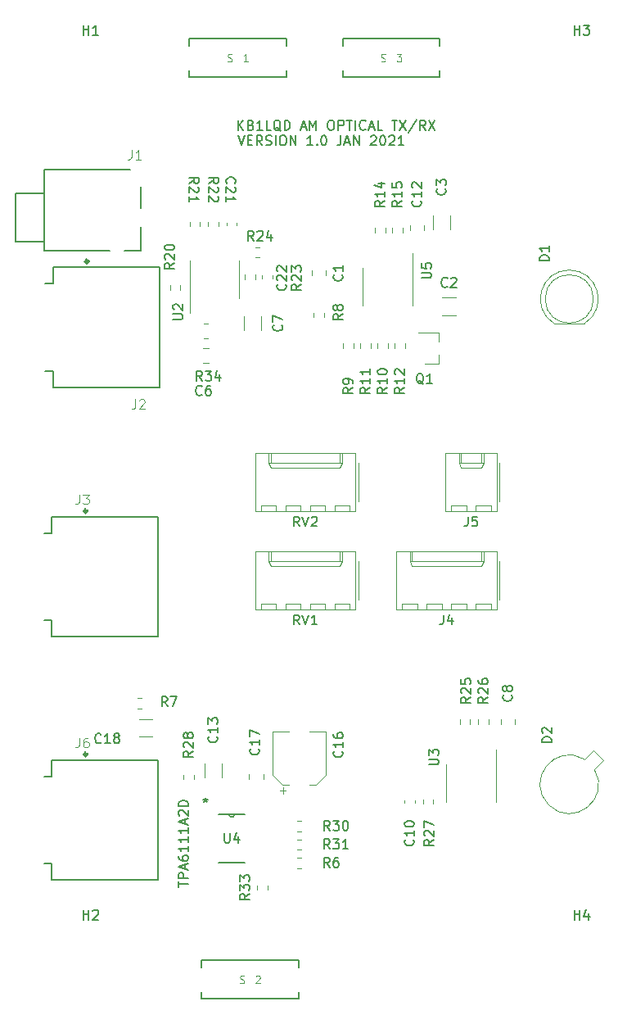
<source format=gto>
%TF.GenerationSoftware,KiCad,Pcbnew,5.1.8-db9833491~88~ubuntu18.04.1*%
%TF.CreationDate,2021-01-05T00:41:27-08:00*%
%TF.ProjectId,kb1lqd_optical_comm,6b62316c-7164-45f6-9f70-746963616c5f,rev?*%
%TF.SameCoordinates,Original*%
%TF.FileFunction,Legend,Top*%
%TF.FilePolarity,Positive*%
%FSLAX46Y46*%
G04 Gerber Fmt 4.6, Leading zero omitted, Abs format (unit mm)*
G04 Created by KiCad (PCBNEW 5.1.8-db9833491~88~ubuntu18.04.1) date 2021-01-05 00:41:27*
%MOMM*%
%LPD*%
G01*
G04 APERTURE LIST*
%ADD10C,0.150000*%
%ADD11C,0.120000*%
%ADD12C,0.127000*%
%ADD13C,0.340000*%
%ADD14C,0.152400*%
%ADD15C,0.015000*%
%ADD16C,7.500102*%
%ADD17C,1.200102*%
%ADD18O,2.616102X1.308102*%
%ADD19O,1.308102X2.616102*%
%ADD20C,2.250102*%
%ADD21C,1.308102*%
%ADD22O,1.740102X2.190102*%
%ADD23C,1.600102*%
%ADD24C,1.650102*%
%ADD25O,1.200102X1.200102*%
%ADD26O,1.200102X1.600102*%
%ADD27C,1.800102*%
G04 APERTURE END LIST*
D10*
X147362352Y-36587180D02*
X147695685Y-37587180D01*
X148029019Y-36587180D01*
X148362352Y-37063371D02*
X148695685Y-37063371D01*
X148838542Y-37587180D02*
X148362352Y-37587180D01*
X148362352Y-36587180D01*
X148838542Y-36587180D01*
X149838542Y-37587180D02*
X149505209Y-37110990D01*
X149267114Y-37587180D02*
X149267114Y-36587180D01*
X149648066Y-36587180D01*
X149743304Y-36634800D01*
X149790923Y-36682419D01*
X149838542Y-36777657D01*
X149838542Y-36920514D01*
X149790923Y-37015752D01*
X149743304Y-37063371D01*
X149648066Y-37110990D01*
X149267114Y-37110990D01*
X150219495Y-37539561D02*
X150362352Y-37587180D01*
X150600447Y-37587180D01*
X150695685Y-37539561D01*
X150743304Y-37491942D01*
X150790923Y-37396704D01*
X150790923Y-37301466D01*
X150743304Y-37206228D01*
X150695685Y-37158609D01*
X150600447Y-37110990D01*
X150409971Y-37063371D01*
X150314733Y-37015752D01*
X150267114Y-36968133D01*
X150219495Y-36872895D01*
X150219495Y-36777657D01*
X150267114Y-36682419D01*
X150314733Y-36634800D01*
X150409971Y-36587180D01*
X150648066Y-36587180D01*
X150790923Y-36634800D01*
X151219495Y-37587180D02*
X151219495Y-36587180D01*
X151886161Y-36587180D02*
X152076638Y-36587180D01*
X152171876Y-36634800D01*
X152267114Y-36730038D01*
X152314733Y-36920514D01*
X152314733Y-37253847D01*
X152267114Y-37444323D01*
X152171876Y-37539561D01*
X152076638Y-37587180D01*
X151886161Y-37587180D01*
X151790923Y-37539561D01*
X151695685Y-37444323D01*
X151648066Y-37253847D01*
X151648066Y-36920514D01*
X151695685Y-36730038D01*
X151790923Y-36634800D01*
X151886161Y-36587180D01*
X152743304Y-37587180D02*
X152743304Y-36587180D01*
X153314733Y-37587180D01*
X153314733Y-36587180D01*
X155076638Y-37587180D02*
X154505209Y-37587180D01*
X154790923Y-37587180D02*
X154790923Y-36587180D01*
X154695685Y-36730038D01*
X154600447Y-36825276D01*
X154505209Y-36872895D01*
X155505209Y-37491942D02*
X155552828Y-37539561D01*
X155505209Y-37587180D01*
X155457590Y-37539561D01*
X155505209Y-37491942D01*
X155505209Y-37587180D01*
X156171876Y-36587180D02*
X156267114Y-36587180D01*
X156362352Y-36634800D01*
X156409971Y-36682419D01*
X156457590Y-36777657D01*
X156505209Y-36968133D01*
X156505209Y-37206228D01*
X156457590Y-37396704D01*
X156409971Y-37491942D01*
X156362352Y-37539561D01*
X156267114Y-37587180D01*
X156171876Y-37587180D01*
X156076638Y-37539561D01*
X156029019Y-37491942D01*
X155981400Y-37396704D01*
X155933780Y-37206228D01*
X155933780Y-36968133D01*
X155981400Y-36777657D01*
X156029019Y-36682419D01*
X156076638Y-36634800D01*
X156171876Y-36587180D01*
X157981400Y-36587180D02*
X157981400Y-37301466D01*
X157933780Y-37444323D01*
X157838542Y-37539561D01*
X157695685Y-37587180D01*
X157600447Y-37587180D01*
X158409971Y-37301466D02*
X158886161Y-37301466D01*
X158314733Y-37587180D02*
X158648066Y-36587180D01*
X158981400Y-37587180D01*
X159314733Y-37587180D02*
X159314733Y-36587180D01*
X159886161Y-37587180D01*
X159886161Y-36587180D01*
X161076638Y-36682419D02*
X161124257Y-36634800D01*
X161219495Y-36587180D01*
X161457590Y-36587180D01*
X161552828Y-36634800D01*
X161600447Y-36682419D01*
X161648066Y-36777657D01*
X161648066Y-36872895D01*
X161600447Y-37015752D01*
X161029019Y-37587180D01*
X161648066Y-37587180D01*
X162267114Y-36587180D02*
X162362352Y-36587180D01*
X162457590Y-36634800D01*
X162505209Y-36682419D01*
X162552828Y-36777657D01*
X162600447Y-36968133D01*
X162600447Y-37206228D01*
X162552828Y-37396704D01*
X162505209Y-37491942D01*
X162457590Y-37539561D01*
X162362352Y-37587180D01*
X162267114Y-37587180D01*
X162171876Y-37539561D01*
X162124257Y-37491942D01*
X162076638Y-37396704D01*
X162029019Y-37206228D01*
X162029019Y-36968133D01*
X162076638Y-36777657D01*
X162124257Y-36682419D01*
X162171876Y-36634800D01*
X162267114Y-36587180D01*
X162981400Y-36682419D02*
X163029019Y-36634800D01*
X163124257Y-36587180D01*
X163362352Y-36587180D01*
X163457590Y-36634800D01*
X163505209Y-36682419D01*
X163552828Y-36777657D01*
X163552828Y-36872895D01*
X163505209Y-37015752D01*
X162933780Y-37587180D01*
X163552828Y-37587180D01*
X164505209Y-37587180D02*
X163933780Y-37587180D01*
X164219495Y-37587180D02*
X164219495Y-36587180D01*
X164124257Y-36730038D01*
X164029019Y-36825276D01*
X163933780Y-36872895D01*
X147337142Y-36012380D02*
X147337142Y-35012380D01*
X147908571Y-36012380D02*
X147480000Y-35440952D01*
X147908571Y-35012380D02*
X147337142Y-35583809D01*
X148670476Y-35488571D02*
X148813333Y-35536190D01*
X148860952Y-35583809D01*
X148908571Y-35679047D01*
X148908571Y-35821904D01*
X148860952Y-35917142D01*
X148813333Y-35964761D01*
X148718095Y-36012380D01*
X148337142Y-36012380D01*
X148337142Y-35012380D01*
X148670476Y-35012380D01*
X148765714Y-35060000D01*
X148813333Y-35107619D01*
X148860952Y-35202857D01*
X148860952Y-35298095D01*
X148813333Y-35393333D01*
X148765714Y-35440952D01*
X148670476Y-35488571D01*
X148337142Y-35488571D01*
X149860952Y-36012380D02*
X149289523Y-36012380D01*
X149575238Y-36012380D02*
X149575238Y-35012380D01*
X149480000Y-35155238D01*
X149384761Y-35250476D01*
X149289523Y-35298095D01*
X150765714Y-36012380D02*
X150289523Y-36012380D01*
X150289523Y-35012380D01*
X151765714Y-36107619D02*
X151670476Y-36060000D01*
X151575238Y-35964761D01*
X151432380Y-35821904D01*
X151337142Y-35774285D01*
X151241904Y-35774285D01*
X151289523Y-36012380D02*
X151194285Y-35964761D01*
X151099047Y-35869523D01*
X151051428Y-35679047D01*
X151051428Y-35345714D01*
X151099047Y-35155238D01*
X151194285Y-35060000D01*
X151289523Y-35012380D01*
X151480000Y-35012380D01*
X151575238Y-35060000D01*
X151670476Y-35155238D01*
X151718095Y-35345714D01*
X151718095Y-35679047D01*
X151670476Y-35869523D01*
X151575238Y-35964761D01*
X151480000Y-36012380D01*
X151289523Y-36012380D01*
X152146666Y-36012380D02*
X152146666Y-35012380D01*
X152384761Y-35012380D01*
X152527619Y-35060000D01*
X152622857Y-35155238D01*
X152670476Y-35250476D01*
X152718095Y-35440952D01*
X152718095Y-35583809D01*
X152670476Y-35774285D01*
X152622857Y-35869523D01*
X152527619Y-35964761D01*
X152384761Y-36012380D01*
X152146666Y-36012380D01*
X153860952Y-35726666D02*
X154337142Y-35726666D01*
X153765714Y-36012380D02*
X154099047Y-35012380D01*
X154432380Y-36012380D01*
X154765714Y-36012380D02*
X154765714Y-35012380D01*
X155099047Y-35726666D01*
X155432380Y-35012380D01*
X155432380Y-36012380D01*
X156860952Y-35012380D02*
X157051428Y-35012380D01*
X157146666Y-35060000D01*
X157241904Y-35155238D01*
X157289523Y-35345714D01*
X157289523Y-35679047D01*
X157241904Y-35869523D01*
X157146666Y-35964761D01*
X157051428Y-36012380D01*
X156860952Y-36012380D01*
X156765714Y-35964761D01*
X156670476Y-35869523D01*
X156622857Y-35679047D01*
X156622857Y-35345714D01*
X156670476Y-35155238D01*
X156765714Y-35060000D01*
X156860952Y-35012380D01*
X157718095Y-36012380D02*
X157718095Y-35012380D01*
X158099047Y-35012380D01*
X158194285Y-35060000D01*
X158241904Y-35107619D01*
X158289523Y-35202857D01*
X158289523Y-35345714D01*
X158241904Y-35440952D01*
X158194285Y-35488571D01*
X158099047Y-35536190D01*
X157718095Y-35536190D01*
X158575238Y-35012380D02*
X159146666Y-35012380D01*
X158860952Y-36012380D02*
X158860952Y-35012380D01*
X159480000Y-36012380D02*
X159480000Y-35012380D01*
X160527619Y-35917142D02*
X160480000Y-35964761D01*
X160337142Y-36012380D01*
X160241904Y-36012380D01*
X160099047Y-35964761D01*
X160003809Y-35869523D01*
X159956190Y-35774285D01*
X159908571Y-35583809D01*
X159908571Y-35440952D01*
X159956190Y-35250476D01*
X160003809Y-35155238D01*
X160099047Y-35060000D01*
X160241904Y-35012380D01*
X160337142Y-35012380D01*
X160480000Y-35060000D01*
X160527619Y-35107619D01*
X160908571Y-35726666D02*
X161384761Y-35726666D01*
X160813333Y-36012380D02*
X161146666Y-35012380D01*
X161480000Y-36012380D01*
X162289523Y-36012380D02*
X161813333Y-36012380D01*
X161813333Y-35012380D01*
X163241904Y-35012380D02*
X163813333Y-35012380D01*
X163527619Y-36012380D02*
X163527619Y-35012380D01*
X164051428Y-35012380D02*
X164718095Y-36012380D01*
X164718095Y-35012380D02*
X164051428Y-36012380D01*
X165813333Y-34964761D02*
X164956190Y-36250476D01*
X166718095Y-36012380D02*
X166384761Y-35536190D01*
X166146666Y-36012380D02*
X166146666Y-35012380D01*
X166527619Y-35012380D01*
X166622857Y-35060000D01*
X166670476Y-35107619D01*
X166718095Y-35202857D01*
X166718095Y-35345714D01*
X166670476Y-35440952D01*
X166622857Y-35488571D01*
X166527619Y-35536190D01*
X166146666Y-35536190D01*
X167051428Y-35012380D02*
X167718095Y-36012380D01*
X167718095Y-35012380D02*
X167051428Y-36012380D01*
D11*
%TO.C,U2*%
X142347000Y-51435000D02*
X142347000Y-54885000D01*
X142347000Y-51435000D02*
X142347000Y-49485000D01*
X147467000Y-51435000D02*
X147467000Y-53385000D01*
X147467000Y-51435000D02*
X147467000Y-49485000D01*
D12*
%TO.C,J6*%
X139072000Y-101115000D02*
X139072000Y-113515000D01*
X139072000Y-113515000D02*
X128072000Y-113515000D01*
X139072000Y-101115000D02*
X128072000Y-101115000D01*
X128072000Y-101115000D02*
X128072000Y-102815000D01*
X128072000Y-111815000D02*
X128072000Y-113515000D01*
X128072000Y-102815000D02*
X127272000Y-102815000D01*
X128072000Y-111815000D02*
X127272000Y-111815000D01*
D13*
X131742000Y-100515000D02*
G75*
G03*
X131742000Y-100515000I-170000J0D01*
G01*
D12*
%TO.C,J3*%
X139072000Y-75969000D02*
X139072000Y-88369000D01*
X139072000Y-88369000D02*
X128072000Y-88369000D01*
X139072000Y-75969000D02*
X128072000Y-75969000D01*
X128072000Y-75969000D02*
X128072000Y-77669000D01*
X128072000Y-86669000D02*
X128072000Y-88369000D01*
X128072000Y-77669000D02*
X127272000Y-77669000D01*
X128072000Y-86669000D02*
X127272000Y-86669000D01*
D13*
X131742000Y-75369000D02*
G75*
G03*
X131742000Y-75369000I-170000J0D01*
G01*
D12*
%TO.C,J1*%
X139199000Y-50188000D02*
X139199000Y-62588000D01*
X139199000Y-62588000D02*
X128199000Y-62588000D01*
X139199000Y-50188000D02*
X128199000Y-50188000D01*
X128199000Y-50188000D02*
X128199000Y-51888000D01*
X128199000Y-60888000D02*
X128199000Y-62588000D01*
X128199000Y-51888000D02*
X127399000Y-51888000D01*
X128199000Y-60888000D02*
X127399000Y-60888000D01*
D13*
X131869000Y-49588000D02*
G75*
G03*
X131869000Y-49588000I-170000J0D01*
G01*
D12*
%TO.C,SW1*%
X142320000Y-27275000D02*
X142320000Y-26575000D01*
X142320000Y-30575000D02*
X142320000Y-29875000D01*
X152320000Y-27275000D02*
X152320000Y-26575000D01*
X152320000Y-30575000D02*
X152320000Y-29875000D01*
X149320000Y-26575000D02*
X152320000Y-26575000D01*
X147320000Y-26575000D02*
X149320000Y-26575000D01*
X145320000Y-26575000D02*
X147320000Y-26575000D01*
X142320000Y-26575000D02*
X145320000Y-26575000D01*
X152320000Y-30575000D02*
X142320000Y-30575000D01*
D11*
%TO.C,U5*%
X165374000Y-52197000D02*
X165374000Y-48747000D01*
X165374000Y-52197000D02*
X165374000Y-54147000D01*
X160254000Y-52197000D02*
X160254000Y-50247000D01*
X160254000Y-52197000D02*
X160254000Y-54147000D01*
D14*
%TO.C,U4*%
X145311347Y-111721900D02*
X148058653Y-111721900D01*
X148058653Y-106718100D02*
X145311347Y-106718100D01*
X146380200Y-106718100D02*
G75*
G03*
X146989800Y-106718100I304800J0D01*
G01*
D11*
%TO.C,U3*%
X168890000Y-103505000D02*
X168890000Y-105455000D01*
X168890000Y-103505000D02*
X168890000Y-101555000D01*
X174010000Y-103505000D02*
X174010000Y-105455000D01*
X174010000Y-103505000D02*
X174010000Y-100055000D01*
D12*
%TO.C,SW3*%
X168195000Y-30575000D02*
X158195000Y-30575000D01*
X158195000Y-26575000D02*
X161195000Y-26575000D01*
X161195000Y-26575000D02*
X163195000Y-26575000D01*
X163195000Y-26575000D02*
X165195000Y-26575000D01*
X165195000Y-26575000D02*
X168195000Y-26575000D01*
X168195000Y-30575000D02*
X168195000Y-29875000D01*
X168195000Y-27275000D02*
X168195000Y-26575000D01*
X158195000Y-30575000D02*
X158195000Y-29875000D01*
X158195000Y-27275000D02*
X158195000Y-26575000D01*
%TO.C,SW2*%
X143590000Y-121825000D02*
X153590000Y-121825000D01*
X153590000Y-125825000D02*
X150590000Y-125825000D01*
X150590000Y-125825000D02*
X148590000Y-125825000D01*
X148590000Y-125825000D02*
X146590000Y-125825000D01*
X146590000Y-125825000D02*
X143590000Y-125825000D01*
X143590000Y-121825000D02*
X143590000Y-122525000D01*
X143590000Y-125125000D02*
X143590000Y-125825000D01*
X153590000Y-121825000D02*
X153590000Y-122525000D01*
X153590000Y-125125000D02*
X153590000Y-125825000D01*
D11*
%TO.C,RV2*%
X159495000Y-75420000D02*
X159495000Y-69400000D01*
X159495000Y-69400000D02*
X149115000Y-69400000D01*
X149115000Y-69400000D02*
X149115000Y-75420000D01*
X149115000Y-75420000D02*
X159495000Y-75420000D01*
X159785000Y-74390000D02*
X159785000Y-70390000D01*
X158115000Y-69400000D02*
X158115000Y-70400000D01*
X158115000Y-70400000D02*
X150495000Y-70400000D01*
X150495000Y-70400000D02*
X150495000Y-69400000D01*
X158115000Y-70400000D02*
X157865000Y-70930000D01*
X157865000Y-70930000D02*
X150745000Y-70930000D01*
X150745000Y-70930000D02*
X150495000Y-70400000D01*
X157865000Y-69400000D02*
X157865000Y-70400000D01*
X150745000Y-69400000D02*
X150745000Y-70400000D01*
X158915000Y-75420000D02*
X158915000Y-74820000D01*
X158915000Y-74820000D02*
X157315000Y-74820000D01*
X157315000Y-74820000D02*
X157315000Y-75420000D01*
X156375000Y-75420000D02*
X156375000Y-74820000D01*
X156375000Y-74820000D02*
X154775000Y-74820000D01*
X154775000Y-74820000D02*
X154775000Y-75420000D01*
X153835000Y-75420000D02*
X153835000Y-74820000D01*
X153835000Y-74820000D02*
X152235000Y-74820000D01*
X152235000Y-74820000D02*
X152235000Y-75420000D01*
X151295000Y-75420000D02*
X151295000Y-74820000D01*
X151295000Y-74820000D02*
X149695000Y-74820000D01*
X149695000Y-74820000D02*
X149695000Y-75420000D01*
%TO.C,RV1*%
X159495000Y-85580000D02*
X159495000Y-79560000D01*
X159495000Y-79560000D02*
X149115000Y-79560000D01*
X149115000Y-79560000D02*
X149115000Y-85580000D01*
X149115000Y-85580000D02*
X159495000Y-85580000D01*
X159785000Y-84550000D02*
X159785000Y-80550000D01*
X158115000Y-79560000D02*
X158115000Y-80560000D01*
X158115000Y-80560000D02*
X150495000Y-80560000D01*
X150495000Y-80560000D02*
X150495000Y-79560000D01*
X158115000Y-80560000D02*
X157865000Y-81090000D01*
X157865000Y-81090000D02*
X150745000Y-81090000D01*
X150745000Y-81090000D02*
X150495000Y-80560000D01*
X157865000Y-79560000D02*
X157865000Y-80560000D01*
X150745000Y-79560000D02*
X150745000Y-80560000D01*
X158915000Y-85580000D02*
X158915000Y-84980000D01*
X158915000Y-84980000D02*
X157315000Y-84980000D01*
X157315000Y-84980000D02*
X157315000Y-85580000D01*
X156375000Y-85580000D02*
X156375000Y-84980000D01*
X156375000Y-84980000D02*
X154775000Y-84980000D01*
X154775000Y-84980000D02*
X154775000Y-85580000D01*
X153835000Y-85580000D02*
X153835000Y-84980000D01*
X153835000Y-84980000D02*
X152235000Y-84980000D01*
X152235000Y-84980000D02*
X152235000Y-85580000D01*
X151295000Y-85580000D02*
X151295000Y-84980000D01*
X151295000Y-84980000D02*
X149695000Y-84980000D01*
X149695000Y-84980000D02*
X149695000Y-85580000D01*
%TO.C,R34*%
X143790936Y-56034000D02*
X144245064Y-56034000D01*
X143790936Y-57504000D02*
X144245064Y-57504000D01*
%TO.C,R33*%
X149337500Y-114537258D02*
X149337500Y-114062742D01*
X150382500Y-114537258D02*
X150382500Y-114062742D01*
%TO.C,R31*%
X153432742Y-109332500D02*
X153907258Y-109332500D01*
X153432742Y-110377500D02*
X153907258Y-110377500D01*
%TO.C,R30*%
X153907258Y-108472500D02*
X153432742Y-108472500D01*
X153907258Y-107427500D02*
X153432742Y-107427500D01*
%TO.C,R28*%
X141717500Y-103107258D02*
X141717500Y-102632742D01*
X142762500Y-103107258D02*
X142762500Y-102632742D01*
%TO.C,R27*%
X166482500Y-105647258D02*
X166482500Y-105172742D01*
X167527500Y-105647258D02*
X167527500Y-105172742D01*
%TO.C,R26*%
X172197500Y-97392258D02*
X172197500Y-96917742D01*
X173242500Y-97392258D02*
X173242500Y-96917742D01*
%TO.C,R25*%
X171337500Y-96917742D02*
X171337500Y-97392258D01*
X170292500Y-96917742D02*
X170292500Y-97392258D01*
%TO.C,R24*%
X149589258Y-49163500D02*
X149114742Y-49163500D01*
X149589258Y-48118500D02*
X149114742Y-48118500D01*
%TO.C,R23*%
X149112500Y-50943742D02*
X149112500Y-51418258D01*
X148067500Y-50943742D02*
X148067500Y-51418258D01*
%TO.C,R22*%
X145302500Y-45482742D02*
X145302500Y-45957258D01*
X144257500Y-45482742D02*
X144257500Y-45957258D01*
%TO.C,R21*%
X142352500Y-45957258D02*
X142352500Y-45482742D01*
X143397500Y-45957258D02*
X143397500Y-45482742D01*
%TO.C,R20*%
X140295100Y-52535858D02*
X140295100Y-52061342D01*
X141340100Y-52535858D02*
X141340100Y-52061342D01*
%TO.C,R15*%
X163307500Y-46592258D02*
X163307500Y-46117742D01*
X164352500Y-46592258D02*
X164352500Y-46117742D01*
%TO.C,R14*%
X162574500Y-46117742D02*
X162574500Y-46592258D01*
X161529500Y-46117742D02*
X161529500Y-46592258D01*
%TO.C,R12*%
X163561500Y-58530258D02*
X163561500Y-58055742D01*
X164606500Y-58530258D02*
X164606500Y-58055742D01*
%TO.C,R11*%
X161783500Y-58530258D02*
X161783500Y-58055742D01*
X162828500Y-58530258D02*
X162828500Y-58055742D01*
%TO.C,R10*%
X161050500Y-58055742D02*
X161050500Y-58530258D01*
X160005500Y-58055742D02*
X160005500Y-58530258D01*
%TO.C,R9*%
X158227500Y-58530258D02*
X158227500Y-58055742D01*
X159272500Y-58530258D02*
X159272500Y-58055742D01*
%TO.C,R8*%
X156224500Y-54880742D02*
X156224500Y-55355258D01*
X155179500Y-54880742D02*
X155179500Y-55355258D01*
%TO.C,R7*%
X136922742Y-94727500D02*
X137397258Y-94727500D01*
X136922742Y-95772500D02*
X137397258Y-95772500D01*
%TO.C,R6*%
X153907258Y-112282500D02*
X153432742Y-112282500D01*
X153907258Y-111237500D02*
X153432742Y-111237500D01*
%TO.C,Q1*%
X168146000Y-60127000D02*
X168146000Y-59197000D01*
X168146000Y-56967000D02*
X168146000Y-57897000D01*
X168146000Y-56967000D02*
X165986000Y-56967000D01*
X168146000Y-60127000D02*
X166686000Y-60127000D01*
%TO.C,J5*%
X174100000Y-75420000D02*
X174100000Y-69400000D01*
X174100000Y-69400000D02*
X168800000Y-69400000D01*
X168800000Y-69400000D02*
X168800000Y-75420000D01*
X168800000Y-75420000D02*
X174100000Y-75420000D01*
X174390000Y-74390000D02*
X174390000Y-70390000D01*
X172720000Y-69400000D02*
X172720000Y-70400000D01*
X172720000Y-70400000D02*
X170180000Y-70400000D01*
X170180000Y-70400000D02*
X170180000Y-69400000D01*
X172720000Y-70400000D02*
X172470000Y-70930000D01*
X172470000Y-70930000D02*
X170430000Y-70930000D01*
X170430000Y-70930000D02*
X170180000Y-70400000D01*
X172470000Y-69400000D02*
X172470000Y-70400000D01*
X170430000Y-69400000D02*
X170430000Y-70400000D01*
X173520000Y-75420000D02*
X173520000Y-74820000D01*
X173520000Y-74820000D02*
X171920000Y-74820000D01*
X171920000Y-74820000D02*
X171920000Y-75420000D01*
X170980000Y-75420000D02*
X170980000Y-74820000D01*
X170980000Y-74820000D02*
X169380000Y-74820000D01*
X169380000Y-74820000D02*
X169380000Y-75420000D01*
%TO.C,J4*%
X174100000Y-85580000D02*
X174100000Y-79560000D01*
X174100000Y-79560000D02*
X163720000Y-79560000D01*
X163720000Y-79560000D02*
X163720000Y-85580000D01*
X163720000Y-85580000D02*
X174100000Y-85580000D01*
X174390000Y-84550000D02*
X174390000Y-80550000D01*
X172720000Y-79560000D02*
X172720000Y-80560000D01*
X172720000Y-80560000D02*
X165100000Y-80560000D01*
X165100000Y-80560000D02*
X165100000Y-79560000D01*
X172720000Y-80560000D02*
X172470000Y-81090000D01*
X172470000Y-81090000D02*
X165350000Y-81090000D01*
X165350000Y-81090000D02*
X165100000Y-80560000D01*
X172470000Y-79560000D02*
X172470000Y-80560000D01*
X165350000Y-79560000D02*
X165350000Y-80560000D01*
X173520000Y-85580000D02*
X173520000Y-84980000D01*
X173520000Y-84980000D02*
X171920000Y-84980000D01*
X171920000Y-84980000D02*
X171920000Y-85580000D01*
X170980000Y-85580000D02*
X170980000Y-84980000D01*
X170980000Y-84980000D02*
X169380000Y-84980000D01*
X169380000Y-84980000D02*
X169380000Y-85580000D01*
X168440000Y-85580000D02*
X168440000Y-84980000D01*
X168440000Y-84980000D02*
X166840000Y-84980000D01*
X166840000Y-84980000D02*
X166840000Y-85580000D01*
X165900000Y-85580000D02*
X165900000Y-84980000D01*
X165900000Y-84980000D02*
X164300000Y-84980000D01*
X164300000Y-84980000D02*
X164300000Y-85580000D01*
D12*
%TO.C,J2*%
X127310000Y-48485000D02*
X134060000Y-48485000D01*
X135610000Y-48485000D02*
X137310000Y-48485000D01*
X137310000Y-48485000D02*
X137310000Y-46035000D01*
X137310000Y-44085000D02*
X137310000Y-41885000D01*
X136160000Y-40085000D02*
X127310000Y-40085000D01*
X127310000Y-40085000D02*
X127310000Y-40135000D01*
X127310000Y-48485000D02*
X127310000Y-47585000D01*
X127310000Y-47585000D02*
X127310000Y-42585000D01*
X127310000Y-42585000D02*
X127310000Y-40185000D01*
X127310000Y-47585000D02*
X124310000Y-47585000D01*
X124310000Y-47585000D02*
X124310000Y-42585000D01*
X124310000Y-42585000D02*
X127310000Y-42585000D01*
D11*
%TO.C,D2*%
X184182281Y-102049669D02*
X185094448Y-101137501D01*
X185094448Y-101137501D02*
X184104499Y-100147552D01*
X184104499Y-100147552D02*
X183192331Y-101059719D01*
X183192544Y-101059850D02*
G75*
G03*
X184182281Y-102049669I-1582544J-2572150D01*
G01*
%TO.C,D1*%
X184110000Y-53467000D02*
G75*
G03*
X184110000Y-53467000I-2500000J0D01*
G01*
X180065000Y-56027000D02*
X183155000Y-56027000D01*
X181609538Y-50477000D02*
G75*
G02*
X183154830Y-56027000I462J-2990000D01*
G01*
X181610462Y-50477000D02*
G75*
G03*
X180065170Y-56027000I-462J-2990000D01*
G01*
%TO.C,C22*%
X149858000Y-51321580D02*
X149858000Y-51040420D01*
X150878000Y-51321580D02*
X150878000Y-51040420D01*
%TO.C,C21*%
X146175000Y-45860580D02*
X146175000Y-45579420D01*
X147195000Y-45860580D02*
X147195000Y-45579420D01*
%TO.C,C18*%
X138506252Y-98700000D02*
X137083748Y-98700000D01*
X138506252Y-96880000D02*
X137083748Y-96880000D01*
%TO.C,C17*%
X149960000Y-102608748D02*
X149960000Y-103131252D01*
X148490000Y-102608748D02*
X148490000Y-103131252D01*
%TO.C,C16*%
X156430000Y-98205000D02*
X154730000Y-98205000D01*
X150910000Y-98205000D02*
X152610000Y-98205000D01*
X150910000Y-102660563D02*
X150910000Y-98205000D01*
X156430000Y-102660563D02*
X156430000Y-98205000D01*
X155365563Y-103725000D02*
X154730000Y-103725000D01*
X151974437Y-103725000D02*
X152610000Y-103725000D01*
X151974437Y-103725000D02*
X150910000Y-102660563D01*
X155365563Y-103725000D02*
X156430000Y-102660563D01*
X151985000Y-104590000D02*
X151985000Y-103965000D01*
X151672500Y-104277500D02*
X152297500Y-104277500D01*
%TO.C,C13*%
X145690000Y-101523748D02*
X145690000Y-102946252D01*
X143870000Y-101523748D02*
X143870000Y-102946252D01*
%TO.C,C12*%
X165127000Y-46362252D02*
X165127000Y-45839748D01*
X166597000Y-46362252D02*
X166597000Y-45839748D01*
%TO.C,C10*%
X164590000Y-105550580D02*
X164590000Y-105269420D01*
X165610000Y-105550580D02*
X165610000Y-105269420D01*
%TO.C,C8*%
X174525000Y-97416252D02*
X174525000Y-96893748D01*
X175995000Y-97416252D02*
X175995000Y-96893748D01*
%TO.C,C7*%
X149754000Y-55295748D02*
X149754000Y-56718252D01*
X147934000Y-55295748D02*
X147934000Y-56718252D01*
%TO.C,C6*%
X143756748Y-58574000D02*
X144279252Y-58574000D01*
X143756748Y-60044000D02*
X144279252Y-60044000D01*
%TO.C,C3*%
X167492000Y-46304252D02*
X167492000Y-44881748D01*
X169312000Y-46304252D02*
X169312000Y-44881748D01*
%TO.C,C2*%
X169875252Y-55139000D02*
X168452748Y-55139000D01*
X169875252Y-53319000D02*
X168452748Y-53319000D01*
%TO.C,C1*%
X154967000Y-51061252D02*
X154967000Y-50538748D01*
X156437000Y-51061252D02*
X156437000Y-50538748D01*
%TO.C,U2*%
D10*
X140625580Y-55575104D02*
X141435104Y-55575104D01*
X141530342Y-55527485D01*
X141577961Y-55479866D01*
X141625580Y-55384628D01*
X141625580Y-55194152D01*
X141577961Y-55098914D01*
X141530342Y-55051295D01*
X141435104Y-55003676D01*
X140625580Y-55003676D01*
X140720819Y-54575104D02*
X140673200Y-54527485D01*
X140625580Y-54432247D01*
X140625580Y-54194152D01*
X140673200Y-54098914D01*
X140720819Y-54051295D01*
X140816057Y-54003676D01*
X140911295Y-54003676D01*
X141054152Y-54051295D01*
X141625580Y-54622723D01*
X141625580Y-54003676D01*
%TO.C,H4*%
X182118095Y-117622380D02*
X182118095Y-116622380D01*
X182118095Y-117098571D02*
X182689523Y-117098571D01*
X182689523Y-117622380D02*
X182689523Y-116622380D01*
X183594285Y-116955714D02*
X183594285Y-117622380D01*
X183356190Y-116574761D02*
X183118095Y-117289047D01*
X183737142Y-117289047D01*
%TO.C,H3*%
X182118095Y-26182380D02*
X182118095Y-25182380D01*
X182118095Y-25658571D02*
X182689523Y-25658571D01*
X182689523Y-26182380D02*
X182689523Y-25182380D01*
X183070476Y-25182380D02*
X183689523Y-25182380D01*
X183356190Y-25563333D01*
X183499047Y-25563333D01*
X183594285Y-25610952D01*
X183641904Y-25658571D01*
X183689523Y-25753809D01*
X183689523Y-25991904D01*
X183641904Y-26087142D01*
X183594285Y-26134761D01*
X183499047Y-26182380D01*
X183213333Y-26182380D01*
X183118095Y-26134761D01*
X183070476Y-26087142D01*
%TO.C,H2*%
X131318095Y-117622380D02*
X131318095Y-116622380D01*
X131318095Y-117098571D02*
X131889523Y-117098571D01*
X131889523Y-117622380D02*
X131889523Y-116622380D01*
X132318095Y-116717619D02*
X132365714Y-116670000D01*
X132460952Y-116622380D01*
X132699047Y-116622380D01*
X132794285Y-116670000D01*
X132841904Y-116717619D01*
X132889523Y-116812857D01*
X132889523Y-116908095D01*
X132841904Y-117050952D01*
X132270476Y-117622380D01*
X132889523Y-117622380D01*
%TO.C,H1*%
X131318095Y-26182380D02*
X131318095Y-25182380D01*
X131318095Y-25658571D02*
X131889523Y-25658571D01*
X131889523Y-26182380D02*
X131889523Y-25182380D01*
X132889523Y-26182380D02*
X132318095Y-26182380D01*
X132603809Y-26182380D02*
X132603809Y-25182380D01*
X132508571Y-25325238D01*
X132413333Y-25420476D01*
X132318095Y-25468095D01*
%TO.C,J6*%
D15*
X130913397Y-98828975D02*
X130913397Y-99543548D01*
X130865759Y-99686463D01*
X130770483Y-99781739D01*
X130627568Y-99829377D01*
X130532292Y-99829377D01*
X131818523Y-98828975D02*
X131627970Y-98828975D01*
X131532694Y-98876614D01*
X131485055Y-98924252D01*
X131389779Y-99067166D01*
X131342141Y-99257719D01*
X131342141Y-99638825D01*
X131389779Y-99734101D01*
X131437417Y-99781739D01*
X131532694Y-99829377D01*
X131723246Y-99829377D01*
X131818523Y-99781739D01*
X131866161Y-99734101D01*
X131913799Y-99638825D01*
X131913799Y-99400634D01*
X131866161Y-99305357D01*
X131818523Y-99257719D01*
X131723246Y-99210081D01*
X131532694Y-99210081D01*
X131437417Y-99257719D01*
X131389779Y-99305357D01*
X131342141Y-99400634D01*
%TO.C,J3*%
X130913397Y-73682975D02*
X130913397Y-74397548D01*
X130865759Y-74540463D01*
X130770483Y-74635739D01*
X130627568Y-74683377D01*
X130532292Y-74683377D01*
X131294503Y-73682975D02*
X131913799Y-73682975D01*
X131580332Y-74064081D01*
X131723246Y-74064081D01*
X131818523Y-74111719D01*
X131866161Y-74159357D01*
X131913799Y-74254634D01*
X131913799Y-74492825D01*
X131866161Y-74588101D01*
X131818523Y-74635739D01*
X131723246Y-74683377D01*
X131437417Y-74683377D01*
X131342141Y-74635739D01*
X131294503Y-74588101D01*
%TO.C,J1*%
X136318532Y-38060160D02*
X136318532Y-38774733D01*
X136270894Y-38917648D01*
X136175618Y-39012924D01*
X136032703Y-39060562D01*
X135937427Y-39060562D01*
X137318934Y-39060562D02*
X136747276Y-39060562D01*
X137033105Y-39060562D02*
X137033105Y-38060160D01*
X136937829Y-38203075D01*
X136842552Y-38298351D01*
X136747276Y-38345989D01*
%TO.C,SW1*%
X146270130Y-28893710D02*
X146382616Y-28931205D01*
X146570093Y-28931205D01*
X146645084Y-28893710D01*
X146682579Y-28856215D01*
X146720074Y-28781224D01*
X146720074Y-28706233D01*
X146682579Y-28631243D01*
X146645084Y-28593747D01*
X146570093Y-28556252D01*
X146420112Y-28518757D01*
X146345121Y-28481261D01*
X146307626Y-28443766D01*
X146270130Y-28368775D01*
X146270130Y-28293785D01*
X146307626Y-28218794D01*
X146345121Y-28181299D01*
X146420112Y-28143803D01*
X146607588Y-28143803D01*
X146720074Y-28181299D01*
X146982542Y-28143803D02*
X147170018Y-28931205D01*
X147320000Y-28368775D01*
X147469981Y-28931205D01*
X147657458Y-28143803D01*
X148369869Y-28931205D02*
X147919925Y-28931205D01*
X148144897Y-28931205D02*
X148144897Y-28143803D01*
X148069906Y-28256289D01*
X147994916Y-28331280D01*
X147919925Y-28368775D01*
%TO.C,U5*%
D10*
X166330380Y-51307904D02*
X167139904Y-51307904D01*
X167235142Y-51260285D01*
X167282761Y-51212666D01*
X167330380Y-51117428D01*
X167330380Y-50926952D01*
X167282761Y-50831714D01*
X167235142Y-50784095D01*
X167139904Y-50736476D01*
X166330380Y-50736476D01*
X166330380Y-49784095D02*
X166330380Y-50260285D01*
X166806571Y-50307904D01*
X166758952Y-50260285D01*
X166711333Y-50165047D01*
X166711333Y-49926952D01*
X166758952Y-49831714D01*
X166806571Y-49784095D01*
X166901809Y-49736476D01*
X167139904Y-49736476D01*
X167235142Y-49784095D01*
X167282761Y-49831714D01*
X167330380Y-49926952D01*
X167330380Y-50165047D01*
X167282761Y-50260285D01*
X167235142Y-50307904D01*
%TO.C,U4*%
X145923095Y-108672380D02*
X145923095Y-109481904D01*
X145970714Y-109577142D01*
X146018333Y-109624761D01*
X146113571Y-109672380D01*
X146304047Y-109672380D01*
X146399285Y-109624761D01*
X146446904Y-109577142D01*
X146494523Y-109481904D01*
X146494523Y-108672380D01*
X147399285Y-109005714D02*
X147399285Y-109672380D01*
X147161190Y-108624761D02*
X146923095Y-109339047D01*
X147542142Y-109339047D01*
X141184380Y-114251809D02*
X141184380Y-113680380D01*
X142184380Y-113966095D02*
X141184380Y-113966095D01*
X142184380Y-113347047D02*
X141184380Y-113347047D01*
X141184380Y-112966095D01*
X141232000Y-112870857D01*
X141279619Y-112823238D01*
X141374857Y-112775619D01*
X141517714Y-112775619D01*
X141612952Y-112823238D01*
X141660571Y-112870857D01*
X141708190Y-112966095D01*
X141708190Y-113347047D01*
X141898666Y-112394666D02*
X141898666Y-111918476D01*
X142184380Y-112489904D02*
X141184380Y-112156571D01*
X142184380Y-111823238D01*
X141184380Y-111061333D02*
X141184380Y-111251809D01*
X141232000Y-111347047D01*
X141279619Y-111394666D01*
X141422476Y-111489904D01*
X141612952Y-111537523D01*
X141993904Y-111537523D01*
X142089142Y-111489904D01*
X142136761Y-111442285D01*
X142184380Y-111347047D01*
X142184380Y-111156571D01*
X142136761Y-111061333D01*
X142089142Y-111013714D01*
X141993904Y-110966095D01*
X141755809Y-110966095D01*
X141660571Y-111013714D01*
X141612952Y-111061333D01*
X141565333Y-111156571D01*
X141565333Y-111347047D01*
X141612952Y-111442285D01*
X141660571Y-111489904D01*
X141755809Y-111537523D01*
X142184380Y-110013714D02*
X142184380Y-110585142D01*
X142184380Y-110299428D02*
X141184380Y-110299428D01*
X141327238Y-110394666D01*
X141422476Y-110489904D01*
X141470095Y-110585142D01*
X142184380Y-109061333D02*
X142184380Y-109632761D01*
X142184380Y-109347047D02*
X141184380Y-109347047D01*
X141327238Y-109442285D01*
X141422476Y-109537523D01*
X141470095Y-109632761D01*
X142184380Y-108108952D02*
X142184380Y-108680380D01*
X142184380Y-108394666D02*
X141184380Y-108394666D01*
X141327238Y-108489904D01*
X141422476Y-108585142D01*
X141470095Y-108680380D01*
X141898666Y-107728000D02*
X141898666Y-107251809D01*
X142184380Y-107823238D02*
X141184380Y-107489904D01*
X142184380Y-107156571D01*
X141279619Y-106870857D02*
X141232000Y-106823238D01*
X141184380Y-106728000D01*
X141184380Y-106489904D01*
X141232000Y-106394666D01*
X141279619Y-106347047D01*
X141374857Y-106299428D01*
X141470095Y-106299428D01*
X141612952Y-106347047D01*
X142184380Y-106918476D01*
X142184380Y-106299428D01*
X142184380Y-105870857D02*
X141184380Y-105870857D01*
X141184380Y-105632761D01*
X141232000Y-105489904D01*
X141327238Y-105394666D01*
X141422476Y-105347047D01*
X141612952Y-105299428D01*
X141755809Y-105299428D01*
X141946285Y-105347047D01*
X142041523Y-105394666D01*
X142136761Y-105489904D01*
X142184380Y-105632761D01*
X142184380Y-105870857D01*
X143967200Y-105065580D02*
X143967200Y-105303676D01*
X143729104Y-105208438D02*
X143967200Y-105303676D01*
X144205295Y-105208438D01*
X143824342Y-105494152D02*
X143967200Y-105303676D01*
X144110057Y-105494152D01*
X143967200Y-105065580D02*
X143967200Y-105303676D01*
X143729104Y-105208438D02*
X143967200Y-105303676D01*
X144205295Y-105208438D01*
X143824342Y-105494152D02*
X143967200Y-105303676D01*
X144110057Y-105494152D01*
%TO.C,U3*%
X167092380Y-101599904D02*
X167901904Y-101599904D01*
X167997142Y-101552285D01*
X168044761Y-101504666D01*
X168092380Y-101409428D01*
X168092380Y-101218952D01*
X168044761Y-101123714D01*
X167997142Y-101076095D01*
X167901904Y-101028476D01*
X167092380Y-101028476D01*
X167092380Y-100647523D02*
X167092380Y-100028476D01*
X167473333Y-100361809D01*
X167473333Y-100218952D01*
X167520952Y-100123714D01*
X167568571Y-100076095D01*
X167663809Y-100028476D01*
X167901904Y-100028476D01*
X167997142Y-100076095D01*
X168044761Y-100123714D01*
X168092380Y-100218952D01*
X168092380Y-100504666D01*
X168044761Y-100599904D01*
X167997142Y-100647523D01*
%TO.C,SW3*%
D15*
X162145130Y-28893710D02*
X162257616Y-28931205D01*
X162445093Y-28931205D01*
X162520084Y-28893710D01*
X162557579Y-28856215D01*
X162595074Y-28781224D01*
X162595074Y-28706233D01*
X162557579Y-28631243D01*
X162520084Y-28593747D01*
X162445093Y-28556252D01*
X162295112Y-28518757D01*
X162220121Y-28481261D01*
X162182626Y-28443766D01*
X162145130Y-28368775D01*
X162145130Y-28293785D01*
X162182626Y-28218794D01*
X162220121Y-28181299D01*
X162295112Y-28143803D01*
X162482588Y-28143803D01*
X162595074Y-28181299D01*
X162857542Y-28143803D02*
X163045018Y-28931205D01*
X163195000Y-28368775D01*
X163344981Y-28931205D01*
X163532458Y-28143803D01*
X163757430Y-28143803D02*
X164244869Y-28143803D01*
X163982402Y-28443766D01*
X164094888Y-28443766D01*
X164169878Y-28481261D01*
X164207374Y-28518757D01*
X164244869Y-28593747D01*
X164244869Y-28781224D01*
X164207374Y-28856215D01*
X164169878Y-28893710D01*
X164094888Y-28931205D01*
X163869916Y-28931205D01*
X163794925Y-28893710D01*
X163757430Y-28856215D01*
%TO.C,SW2*%
X147540130Y-124143710D02*
X147652616Y-124181205D01*
X147840093Y-124181205D01*
X147915084Y-124143710D01*
X147952579Y-124106215D01*
X147990074Y-124031224D01*
X147990074Y-123956233D01*
X147952579Y-123881243D01*
X147915084Y-123843747D01*
X147840093Y-123806252D01*
X147690112Y-123768757D01*
X147615121Y-123731261D01*
X147577626Y-123693766D01*
X147540130Y-123618775D01*
X147540130Y-123543785D01*
X147577626Y-123468794D01*
X147615121Y-123431299D01*
X147690112Y-123393803D01*
X147877588Y-123393803D01*
X147990074Y-123431299D01*
X148252542Y-123393803D02*
X148440018Y-124181205D01*
X148590000Y-123618775D01*
X148739981Y-124181205D01*
X148927458Y-123393803D01*
X149189925Y-123468794D02*
X149227420Y-123431299D01*
X149302411Y-123393803D01*
X149489888Y-123393803D01*
X149564878Y-123431299D01*
X149602374Y-123468794D01*
X149639869Y-123543785D01*
X149639869Y-123618775D01*
X149602374Y-123731261D01*
X149152430Y-124181205D01*
X149639869Y-124181205D01*
%TO.C,RV2*%
D10*
X153709761Y-76962380D02*
X153376428Y-76486190D01*
X153138333Y-76962380D02*
X153138333Y-75962380D01*
X153519285Y-75962380D01*
X153614523Y-76010000D01*
X153662142Y-76057619D01*
X153709761Y-76152857D01*
X153709761Y-76295714D01*
X153662142Y-76390952D01*
X153614523Y-76438571D01*
X153519285Y-76486190D01*
X153138333Y-76486190D01*
X153995476Y-75962380D02*
X154328809Y-76962380D01*
X154662142Y-75962380D01*
X154947857Y-76057619D02*
X154995476Y-76010000D01*
X155090714Y-75962380D01*
X155328809Y-75962380D01*
X155424047Y-76010000D01*
X155471666Y-76057619D01*
X155519285Y-76152857D01*
X155519285Y-76248095D01*
X155471666Y-76390952D01*
X154900238Y-76962380D01*
X155519285Y-76962380D01*
%TO.C,RV1*%
X153709761Y-87122380D02*
X153376428Y-86646190D01*
X153138333Y-87122380D02*
X153138333Y-86122380D01*
X153519285Y-86122380D01*
X153614523Y-86170000D01*
X153662142Y-86217619D01*
X153709761Y-86312857D01*
X153709761Y-86455714D01*
X153662142Y-86550952D01*
X153614523Y-86598571D01*
X153519285Y-86646190D01*
X153138333Y-86646190D01*
X153995476Y-86122380D02*
X154328809Y-87122380D01*
X154662142Y-86122380D01*
X155519285Y-87122380D02*
X154947857Y-87122380D01*
X155233571Y-87122380D02*
X155233571Y-86122380D01*
X155138333Y-86265238D01*
X155043095Y-86360476D01*
X154947857Y-86408095D01*
%TO.C,R34*%
X143629142Y-61920380D02*
X143295809Y-61444190D01*
X143057714Y-61920380D02*
X143057714Y-60920380D01*
X143438666Y-60920380D01*
X143533904Y-60968000D01*
X143581523Y-61015619D01*
X143629142Y-61110857D01*
X143629142Y-61253714D01*
X143581523Y-61348952D01*
X143533904Y-61396571D01*
X143438666Y-61444190D01*
X143057714Y-61444190D01*
X143962476Y-60920380D02*
X144581523Y-60920380D01*
X144248190Y-61301333D01*
X144391047Y-61301333D01*
X144486285Y-61348952D01*
X144533904Y-61396571D01*
X144581523Y-61491809D01*
X144581523Y-61729904D01*
X144533904Y-61825142D01*
X144486285Y-61872761D01*
X144391047Y-61920380D01*
X144105333Y-61920380D01*
X144010095Y-61872761D01*
X143962476Y-61825142D01*
X145438666Y-61253714D02*
X145438666Y-61920380D01*
X145200571Y-60872761D02*
X144962476Y-61587047D01*
X145581523Y-61587047D01*
%TO.C,R33*%
X148534380Y-114942857D02*
X148058190Y-115276190D01*
X148534380Y-115514285D02*
X147534380Y-115514285D01*
X147534380Y-115133333D01*
X147582000Y-115038095D01*
X147629619Y-114990476D01*
X147724857Y-114942857D01*
X147867714Y-114942857D01*
X147962952Y-114990476D01*
X148010571Y-115038095D01*
X148058190Y-115133333D01*
X148058190Y-115514285D01*
X147534380Y-114609523D02*
X147534380Y-113990476D01*
X147915333Y-114323809D01*
X147915333Y-114180952D01*
X147962952Y-114085714D01*
X148010571Y-114038095D01*
X148105809Y-113990476D01*
X148343904Y-113990476D01*
X148439142Y-114038095D01*
X148486761Y-114085714D01*
X148534380Y-114180952D01*
X148534380Y-114466666D01*
X148486761Y-114561904D01*
X148439142Y-114609523D01*
X147534380Y-113657142D02*
X147534380Y-113038095D01*
X147915333Y-113371428D01*
X147915333Y-113228571D01*
X147962952Y-113133333D01*
X148010571Y-113085714D01*
X148105809Y-113038095D01*
X148343904Y-113038095D01*
X148439142Y-113085714D01*
X148486761Y-113133333D01*
X148534380Y-113228571D01*
X148534380Y-113514285D01*
X148486761Y-113609523D01*
X148439142Y-113657142D01*
%TO.C,R31*%
X156837142Y-110307380D02*
X156503809Y-109831190D01*
X156265714Y-110307380D02*
X156265714Y-109307380D01*
X156646666Y-109307380D01*
X156741904Y-109355000D01*
X156789523Y-109402619D01*
X156837142Y-109497857D01*
X156837142Y-109640714D01*
X156789523Y-109735952D01*
X156741904Y-109783571D01*
X156646666Y-109831190D01*
X156265714Y-109831190D01*
X157170476Y-109307380D02*
X157789523Y-109307380D01*
X157456190Y-109688333D01*
X157599047Y-109688333D01*
X157694285Y-109735952D01*
X157741904Y-109783571D01*
X157789523Y-109878809D01*
X157789523Y-110116904D01*
X157741904Y-110212142D01*
X157694285Y-110259761D01*
X157599047Y-110307380D01*
X157313333Y-110307380D01*
X157218095Y-110259761D01*
X157170476Y-110212142D01*
X158741904Y-110307380D02*
X158170476Y-110307380D01*
X158456190Y-110307380D02*
X158456190Y-109307380D01*
X158360952Y-109450238D01*
X158265714Y-109545476D01*
X158170476Y-109593095D01*
%TO.C,R30*%
X156837142Y-108402380D02*
X156503809Y-107926190D01*
X156265714Y-108402380D02*
X156265714Y-107402380D01*
X156646666Y-107402380D01*
X156741904Y-107450000D01*
X156789523Y-107497619D01*
X156837142Y-107592857D01*
X156837142Y-107735714D01*
X156789523Y-107830952D01*
X156741904Y-107878571D01*
X156646666Y-107926190D01*
X156265714Y-107926190D01*
X157170476Y-107402380D02*
X157789523Y-107402380D01*
X157456190Y-107783333D01*
X157599047Y-107783333D01*
X157694285Y-107830952D01*
X157741904Y-107878571D01*
X157789523Y-107973809D01*
X157789523Y-108211904D01*
X157741904Y-108307142D01*
X157694285Y-108354761D01*
X157599047Y-108402380D01*
X157313333Y-108402380D01*
X157218095Y-108354761D01*
X157170476Y-108307142D01*
X158408571Y-107402380D02*
X158503809Y-107402380D01*
X158599047Y-107450000D01*
X158646666Y-107497619D01*
X158694285Y-107592857D01*
X158741904Y-107783333D01*
X158741904Y-108021428D01*
X158694285Y-108211904D01*
X158646666Y-108307142D01*
X158599047Y-108354761D01*
X158503809Y-108402380D01*
X158408571Y-108402380D01*
X158313333Y-108354761D01*
X158265714Y-108307142D01*
X158218095Y-108211904D01*
X158170476Y-108021428D01*
X158170476Y-107783333D01*
X158218095Y-107592857D01*
X158265714Y-107497619D01*
X158313333Y-107450000D01*
X158408571Y-107402380D01*
%TO.C,R28*%
X142692380Y-100210857D02*
X142216190Y-100544190D01*
X142692380Y-100782285D02*
X141692380Y-100782285D01*
X141692380Y-100401333D01*
X141740000Y-100306095D01*
X141787619Y-100258476D01*
X141882857Y-100210857D01*
X142025714Y-100210857D01*
X142120952Y-100258476D01*
X142168571Y-100306095D01*
X142216190Y-100401333D01*
X142216190Y-100782285D01*
X141787619Y-99829904D02*
X141740000Y-99782285D01*
X141692380Y-99687047D01*
X141692380Y-99448952D01*
X141740000Y-99353714D01*
X141787619Y-99306095D01*
X141882857Y-99258476D01*
X141978095Y-99258476D01*
X142120952Y-99306095D01*
X142692380Y-99877523D01*
X142692380Y-99258476D01*
X142120952Y-98687047D02*
X142073333Y-98782285D01*
X142025714Y-98829904D01*
X141930476Y-98877523D01*
X141882857Y-98877523D01*
X141787619Y-98829904D01*
X141740000Y-98782285D01*
X141692380Y-98687047D01*
X141692380Y-98496571D01*
X141740000Y-98401333D01*
X141787619Y-98353714D01*
X141882857Y-98306095D01*
X141930476Y-98306095D01*
X142025714Y-98353714D01*
X142073333Y-98401333D01*
X142120952Y-98496571D01*
X142120952Y-98687047D01*
X142168571Y-98782285D01*
X142216190Y-98829904D01*
X142311428Y-98877523D01*
X142501904Y-98877523D01*
X142597142Y-98829904D01*
X142644761Y-98782285D01*
X142692380Y-98687047D01*
X142692380Y-98496571D01*
X142644761Y-98401333D01*
X142597142Y-98353714D01*
X142501904Y-98306095D01*
X142311428Y-98306095D01*
X142216190Y-98353714D01*
X142168571Y-98401333D01*
X142120952Y-98496571D01*
%TO.C,R27*%
X167584380Y-109354857D02*
X167108190Y-109688190D01*
X167584380Y-109926285D02*
X166584380Y-109926285D01*
X166584380Y-109545333D01*
X166632000Y-109450095D01*
X166679619Y-109402476D01*
X166774857Y-109354857D01*
X166917714Y-109354857D01*
X167012952Y-109402476D01*
X167060571Y-109450095D01*
X167108190Y-109545333D01*
X167108190Y-109926285D01*
X166679619Y-108973904D02*
X166632000Y-108926285D01*
X166584380Y-108831047D01*
X166584380Y-108592952D01*
X166632000Y-108497714D01*
X166679619Y-108450095D01*
X166774857Y-108402476D01*
X166870095Y-108402476D01*
X167012952Y-108450095D01*
X167584380Y-109021523D01*
X167584380Y-108402476D01*
X166584380Y-108069142D02*
X166584380Y-107402476D01*
X167584380Y-107831047D01*
%TO.C,R26*%
X173172380Y-94622857D02*
X172696190Y-94956190D01*
X173172380Y-95194285D02*
X172172380Y-95194285D01*
X172172380Y-94813333D01*
X172220000Y-94718095D01*
X172267619Y-94670476D01*
X172362857Y-94622857D01*
X172505714Y-94622857D01*
X172600952Y-94670476D01*
X172648571Y-94718095D01*
X172696190Y-94813333D01*
X172696190Y-95194285D01*
X172267619Y-94241904D02*
X172220000Y-94194285D01*
X172172380Y-94099047D01*
X172172380Y-93860952D01*
X172220000Y-93765714D01*
X172267619Y-93718095D01*
X172362857Y-93670476D01*
X172458095Y-93670476D01*
X172600952Y-93718095D01*
X173172380Y-94289523D01*
X173172380Y-93670476D01*
X172172380Y-92813333D02*
X172172380Y-93003809D01*
X172220000Y-93099047D01*
X172267619Y-93146666D01*
X172410476Y-93241904D01*
X172600952Y-93289523D01*
X172981904Y-93289523D01*
X173077142Y-93241904D01*
X173124761Y-93194285D01*
X173172380Y-93099047D01*
X173172380Y-92908571D01*
X173124761Y-92813333D01*
X173077142Y-92765714D01*
X172981904Y-92718095D01*
X172743809Y-92718095D01*
X172648571Y-92765714D01*
X172600952Y-92813333D01*
X172553333Y-92908571D01*
X172553333Y-93099047D01*
X172600952Y-93194285D01*
X172648571Y-93241904D01*
X172743809Y-93289523D01*
%TO.C,R25*%
X171394380Y-94622857D02*
X170918190Y-94956190D01*
X171394380Y-95194285D02*
X170394380Y-95194285D01*
X170394380Y-94813333D01*
X170442000Y-94718095D01*
X170489619Y-94670476D01*
X170584857Y-94622857D01*
X170727714Y-94622857D01*
X170822952Y-94670476D01*
X170870571Y-94718095D01*
X170918190Y-94813333D01*
X170918190Y-95194285D01*
X170489619Y-94241904D02*
X170442000Y-94194285D01*
X170394380Y-94099047D01*
X170394380Y-93860952D01*
X170442000Y-93765714D01*
X170489619Y-93718095D01*
X170584857Y-93670476D01*
X170680095Y-93670476D01*
X170822952Y-93718095D01*
X171394380Y-94289523D01*
X171394380Y-93670476D01*
X170394380Y-92765714D02*
X170394380Y-93241904D01*
X170870571Y-93289523D01*
X170822952Y-93241904D01*
X170775333Y-93146666D01*
X170775333Y-92908571D01*
X170822952Y-92813333D01*
X170870571Y-92765714D01*
X170965809Y-92718095D01*
X171203904Y-92718095D01*
X171299142Y-92765714D01*
X171346761Y-92813333D01*
X171394380Y-92908571D01*
X171394380Y-93146666D01*
X171346761Y-93241904D01*
X171299142Y-93289523D01*
%TO.C,R24*%
X148963142Y-47442380D02*
X148629809Y-46966190D01*
X148391714Y-47442380D02*
X148391714Y-46442380D01*
X148772666Y-46442380D01*
X148867904Y-46490000D01*
X148915523Y-46537619D01*
X148963142Y-46632857D01*
X148963142Y-46775714D01*
X148915523Y-46870952D01*
X148867904Y-46918571D01*
X148772666Y-46966190D01*
X148391714Y-46966190D01*
X149344095Y-46537619D02*
X149391714Y-46490000D01*
X149486952Y-46442380D01*
X149725047Y-46442380D01*
X149820285Y-46490000D01*
X149867904Y-46537619D01*
X149915523Y-46632857D01*
X149915523Y-46728095D01*
X149867904Y-46870952D01*
X149296476Y-47442380D01*
X149915523Y-47442380D01*
X150772666Y-46775714D02*
X150772666Y-47442380D01*
X150534571Y-46394761D02*
X150296476Y-47109047D01*
X150915523Y-47109047D01*
%TO.C,R23*%
X153868380Y-51950857D02*
X153392190Y-52284190D01*
X153868380Y-52522285D02*
X152868380Y-52522285D01*
X152868380Y-52141333D01*
X152916000Y-52046095D01*
X152963619Y-51998476D01*
X153058857Y-51950857D01*
X153201714Y-51950857D01*
X153296952Y-51998476D01*
X153344571Y-52046095D01*
X153392190Y-52141333D01*
X153392190Y-52522285D01*
X152963619Y-51569904D02*
X152916000Y-51522285D01*
X152868380Y-51427047D01*
X152868380Y-51188952D01*
X152916000Y-51093714D01*
X152963619Y-51046095D01*
X153058857Y-50998476D01*
X153154095Y-50998476D01*
X153296952Y-51046095D01*
X153868380Y-51617523D01*
X153868380Y-50998476D01*
X152868380Y-50665142D02*
X152868380Y-50046095D01*
X153249333Y-50379428D01*
X153249333Y-50236571D01*
X153296952Y-50141333D01*
X153344571Y-50093714D01*
X153439809Y-50046095D01*
X153677904Y-50046095D01*
X153773142Y-50093714D01*
X153820761Y-50141333D01*
X153868380Y-50236571D01*
X153868380Y-50522285D01*
X153820761Y-50617523D01*
X153773142Y-50665142D01*
%TO.C,R22*%
X144327619Y-41521142D02*
X144803809Y-41187809D01*
X144327619Y-40949714D02*
X145327619Y-40949714D01*
X145327619Y-41330666D01*
X145280000Y-41425904D01*
X145232380Y-41473523D01*
X145137142Y-41521142D01*
X144994285Y-41521142D01*
X144899047Y-41473523D01*
X144851428Y-41425904D01*
X144803809Y-41330666D01*
X144803809Y-40949714D01*
X145232380Y-41902095D02*
X145280000Y-41949714D01*
X145327619Y-42044952D01*
X145327619Y-42283047D01*
X145280000Y-42378285D01*
X145232380Y-42425904D01*
X145137142Y-42473523D01*
X145041904Y-42473523D01*
X144899047Y-42425904D01*
X144327619Y-41854476D01*
X144327619Y-42473523D01*
X145232380Y-42854476D02*
X145280000Y-42902095D01*
X145327619Y-42997333D01*
X145327619Y-43235428D01*
X145280000Y-43330666D01*
X145232380Y-43378285D01*
X145137142Y-43425904D01*
X145041904Y-43425904D01*
X144899047Y-43378285D01*
X144327619Y-42806857D01*
X144327619Y-43425904D01*
%TO.C,R21*%
X142295619Y-41521142D02*
X142771809Y-41187809D01*
X142295619Y-40949714D02*
X143295619Y-40949714D01*
X143295619Y-41330666D01*
X143248000Y-41425904D01*
X143200380Y-41473523D01*
X143105142Y-41521142D01*
X142962285Y-41521142D01*
X142867047Y-41473523D01*
X142819428Y-41425904D01*
X142771809Y-41330666D01*
X142771809Y-40949714D01*
X143200380Y-41902095D02*
X143248000Y-41949714D01*
X143295619Y-42044952D01*
X143295619Y-42283047D01*
X143248000Y-42378285D01*
X143200380Y-42425904D01*
X143105142Y-42473523D01*
X143009904Y-42473523D01*
X142867047Y-42425904D01*
X142295619Y-41854476D01*
X142295619Y-42473523D01*
X142295619Y-43425904D02*
X142295619Y-42854476D01*
X142295619Y-43140190D02*
X143295619Y-43140190D01*
X143152761Y-43044952D01*
X143057523Y-42949714D01*
X143009904Y-42854476D01*
%TO.C,R20*%
X140761980Y-49766457D02*
X140285790Y-50099790D01*
X140761980Y-50337885D02*
X139761980Y-50337885D01*
X139761980Y-49956933D01*
X139809600Y-49861695D01*
X139857219Y-49814076D01*
X139952457Y-49766457D01*
X140095314Y-49766457D01*
X140190552Y-49814076D01*
X140238171Y-49861695D01*
X140285790Y-49956933D01*
X140285790Y-50337885D01*
X139857219Y-49385504D02*
X139809600Y-49337885D01*
X139761980Y-49242647D01*
X139761980Y-49004552D01*
X139809600Y-48909314D01*
X139857219Y-48861695D01*
X139952457Y-48814076D01*
X140047695Y-48814076D01*
X140190552Y-48861695D01*
X140761980Y-49433123D01*
X140761980Y-48814076D01*
X139761980Y-48195028D02*
X139761980Y-48099790D01*
X139809600Y-48004552D01*
X139857219Y-47956933D01*
X139952457Y-47909314D01*
X140142933Y-47861695D01*
X140381028Y-47861695D01*
X140571504Y-47909314D01*
X140666742Y-47956933D01*
X140714361Y-48004552D01*
X140761980Y-48099790D01*
X140761980Y-48195028D01*
X140714361Y-48290266D01*
X140666742Y-48337885D01*
X140571504Y-48385504D01*
X140381028Y-48433123D01*
X140142933Y-48433123D01*
X139952457Y-48385504D01*
X139857219Y-48337885D01*
X139809600Y-48290266D01*
X139761980Y-48195028D01*
%TO.C,R15*%
X164282380Y-43314857D02*
X163806190Y-43648190D01*
X164282380Y-43886285D02*
X163282380Y-43886285D01*
X163282380Y-43505333D01*
X163330000Y-43410095D01*
X163377619Y-43362476D01*
X163472857Y-43314857D01*
X163615714Y-43314857D01*
X163710952Y-43362476D01*
X163758571Y-43410095D01*
X163806190Y-43505333D01*
X163806190Y-43886285D01*
X164282380Y-42362476D02*
X164282380Y-42933904D01*
X164282380Y-42648190D02*
X163282380Y-42648190D01*
X163425238Y-42743428D01*
X163520476Y-42838666D01*
X163568095Y-42933904D01*
X163282380Y-41457714D02*
X163282380Y-41933904D01*
X163758571Y-41981523D01*
X163710952Y-41933904D01*
X163663333Y-41838666D01*
X163663333Y-41600571D01*
X163710952Y-41505333D01*
X163758571Y-41457714D01*
X163853809Y-41410095D01*
X164091904Y-41410095D01*
X164187142Y-41457714D01*
X164234761Y-41505333D01*
X164282380Y-41600571D01*
X164282380Y-41838666D01*
X164234761Y-41933904D01*
X164187142Y-41981523D01*
%TO.C,R14*%
X162504380Y-43314857D02*
X162028190Y-43648190D01*
X162504380Y-43886285D02*
X161504380Y-43886285D01*
X161504380Y-43505333D01*
X161552000Y-43410095D01*
X161599619Y-43362476D01*
X161694857Y-43314857D01*
X161837714Y-43314857D01*
X161932952Y-43362476D01*
X161980571Y-43410095D01*
X162028190Y-43505333D01*
X162028190Y-43886285D01*
X162504380Y-42362476D02*
X162504380Y-42933904D01*
X162504380Y-42648190D02*
X161504380Y-42648190D01*
X161647238Y-42743428D01*
X161742476Y-42838666D01*
X161790095Y-42933904D01*
X161837714Y-41505333D02*
X162504380Y-41505333D01*
X161456761Y-41743428D02*
X162171047Y-41981523D01*
X162171047Y-41362476D01*
%TO.C,R12*%
X164536380Y-62618857D02*
X164060190Y-62952190D01*
X164536380Y-63190285D02*
X163536380Y-63190285D01*
X163536380Y-62809333D01*
X163584000Y-62714095D01*
X163631619Y-62666476D01*
X163726857Y-62618857D01*
X163869714Y-62618857D01*
X163964952Y-62666476D01*
X164012571Y-62714095D01*
X164060190Y-62809333D01*
X164060190Y-63190285D01*
X164536380Y-61666476D02*
X164536380Y-62237904D01*
X164536380Y-61952190D02*
X163536380Y-61952190D01*
X163679238Y-62047428D01*
X163774476Y-62142666D01*
X163822095Y-62237904D01*
X163631619Y-61285523D02*
X163584000Y-61237904D01*
X163536380Y-61142666D01*
X163536380Y-60904571D01*
X163584000Y-60809333D01*
X163631619Y-60761714D01*
X163726857Y-60714095D01*
X163822095Y-60714095D01*
X163964952Y-60761714D01*
X164536380Y-61333142D01*
X164536380Y-60714095D01*
%TO.C,R11*%
X160980380Y-62618857D02*
X160504190Y-62952190D01*
X160980380Y-63190285D02*
X159980380Y-63190285D01*
X159980380Y-62809333D01*
X160028000Y-62714095D01*
X160075619Y-62666476D01*
X160170857Y-62618857D01*
X160313714Y-62618857D01*
X160408952Y-62666476D01*
X160456571Y-62714095D01*
X160504190Y-62809333D01*
X160504190Y-63190285D01*
X160980380Y-61666476D02*
X160980380Y-62237904D01*
X160980380Y-61952190D02*
X159980380Y-61952190D01*
X160123238Y-62047428D01*
X160218476Y-62142666D01*
X160266095Y-62237904D01*
X160980380Y-60714095D02*
X160980380Y-61285523D01*
X160980380Y-60999809D02*
X159980380Y-60999809D01*
X160123238Y-61095047D01*
X160218476Y-61190285D01*
X160266095Y-61285523D01*
%TO.C,R10*%
X162758380Y-62618857D02*
X162282190Y-62952190D01*
X162758380Y-63190285D02*
X161758380Y-63190285D01*
X161758380Y-62809333D01*
X161806000Y-62714095D01*
X161853619Y-62666476D01*
X161948857Y-62618857D01*
X162091714Y-62618857D01*
X162186952Y-62666476D01*
X162234571Y-62714095D01*
X162282190Y-62809333D01*
X162282190Y-63190285D01*
X162758380Y-61666476D02*
X162758380Y-62237904D01*
X162758380Y-61952190D02*
X161758380Y-61952190D01*
X161901238Y-62047428D01*
X161996476Y-62142666D01*
X162044095Y-62237904D01*
X161758380Y-61047428D02*
X161758380Y-60952190D01*
X161806000Y-60856952D01*
X161853619Y-60809333D01*
X161948857Y-60761714D01*
X162139333Y-60714095D01*
X162377428Y-60714095D01*
X162567904Y-60761714D01*
X162663142Y-60809333D01*
X162710761Y-60856952D01*
X162758380Y-60952190D01*
X162758380Y-61047428D01*
X162710761Y-61142666D01*
X162663142Y-61190285D01*
X162567904Y-61237904D01*
X162377428Y-61285523D01*
X162139333Y-61285523D01*
X161948857Y-61237904D01*
X161853619Y-61190285D01*
X161806000Y-61142666D01*
X161758380Y-61047428D01*
%TO.C,R9*%
X159202380Y-62650666D02*
X158726190Y-62984000D01*
X159202380Y-63222095D02*
X158202380Y-63222095D01*
X158202380Y-62841142D01*
X158250000Y-62745904D01*
X158297619Y-62698285D01*
X158392857Y-62650666D01*
X158535714Y-62650666D01*
X158630952Y-62698285D01*
X158678571Y-62745904D01*
X158726190Y-62841142D01*
X158726190Y-63222095D01*
X159202380Y-62174476D02*
X159202380Y-61984000D01*
X159154761Y-61888761D01*
X159107142Y-61841142D01*
X158964285Y-61745904D01*
X158773809Y-61698285D01*
X158392857Y-61698285D01*
X158297619Y-61745904D01*
X158250000Y-61793523D01*
X158202380Y-61888761D01*
X158202380Y-62079238D01*
X158250000Y-62174476D01*
X158297619Y-62222095D01*
X158392857Y-62269714D01*
X158630952Y-62269714D01*
X158726190Y-62222095D01*
X158773809Y-62174476D01*
X158821428Y-62079238D01*
X158821428Y-61888761D01*
X158773809Y-61793523D01*
X158726190Y-61745904D01*
X158630952Y-61698285D01*
%TO.C,R8*%
X158186380Y-55030666D02*
X157710190Y-55364000D01*
X158186380Y-55602095D02*
X157186380Y-55602095D01*
X157186380Y-55221142D01*
X157234000Y-55125904D01*
X157281619Y-55078285D01*
X157376857Y-55030666D01*
X157519714Y-55030666D01*
X157614952Y-55078285D01*
X157662571Y-55125904D01*
X157710190Y-55221142D01*
X157710190Y-55602095D01*
X157614952Y-54459238D02*
X157567333Y-54554476D01*
X157519714Y-54602095D01*
X157424476Y-54649714D01*
X157376857Y-54649714D01*
X157281619Y-54602095D01*
X157234000Y-54554476D01*
X157186380Y-54459238D01*
X157186380Y-54268761D01*
X157234000Y-54173523D01*
X157281619Y-54125904D01*
X157376857Y-54078285D01*
X157424476Y-54078285D01*
X157519714Y-54125904D01*
X157567333Y-54173523D01*
X157614952Y-54268761D01*
X157614952Y-54459238D01*
X157662571Y-54554476D01*
X157710190Y-54602095D01*
X157805428Y-54649714D01*
X157995904Y-54649714D01*
X158091142Y-54602095D01*
X158138761Y-54554476D01*
X158186380Y-54459238D01*
X158186380Y-54268761D01*
X158138761Y-54173523D01*
X158091142Y-54125904D01*
X157995904Y-54078285D01*
X157805428Y-54078285D01*
X157710190Y-54125904D01*
X157662571Y-54173523D01*
X157614952Y-54268761D01*
%TO.C,R7*%
X140041333Y-95575380D02*
X139708000Y-95099190D01*
X139469904Y-95575380D02*
X139469904Y-94575380D01*
X139850857Y-94575380D01*
X139946095Y-94623000D01*
X139993714Y-94670619D01*
X140041333Y-94765857D01*
X140041333Y-94908714D01*
X139993714Y-95003952D01*
X139946095Y-95051571D01*
X139850857Y-95099190D01*
X139469904Y-95099190D01*
X140374666Y-94575380D02*
X141041333Y-94575380D01*
X140612761Y-95575380D01*
%TO.C,R6*%
X156805333Y-112212380D02*
X156472000Y-111736190D01*
X156233904Y-112212380D02*
X156233904Y-111212380D01*
X156614857Y-111212380D01*
X156710095Y-111260000D01*
X156757714Y-111307619D01*
X156805333Y-111402857D01*
X156805333Y-111545714D01*
X156757714Y-111640952D01*
X156710095Y-111688571D01*
X156614857Y-111736190D01*
X156233904Y-111736190D01*
X157662476Y-111212380D02*
X157472000Y-111212380D01*
X157376761Y-111260000D01*
X157329142Y-111307619D01*
X157233904Y-111450476D01*
X157186285Y-111640952D01*
X157186285Y-112021904D01*
X157233904Y-112117142D01*
X157281523Y-112164761D01*
X157376761Y-112212380D01*
X157567238Y-112212380D01*
X157662476Y-112164761D01*
X157710095Y-112117142D01*
X157757714Y-112021904D01*
X157757714Y-111783809D01*
X157710095Y-111688571D01*
X157662476Y-111640952D01*
X157567238Y-111593333D01*
X157376761Y-111593333D01*
X157281523Y-111640952D01*
X157233904Y-111688571D01*
X157186285Y-111783809D01*
%TO.C,Q1*%
X166528761Y-62269619D02*
X166433523Y-62222000D01*
X166338285Y-62126761D01*
X166195428Y-61983904D01*
X166100190Y-61936285D01*
X166004952Y-61936285D01*
X166052571Y-62174380D02*
X165957333Y-62126761D01*
X165862095Y-62031523D01*
X165814476Y-61841047D01*
X165814476Y-61507714D01*
X165862095Y-61317238D01*
X165957333Y-61222000D01*
X166052571Y-61174380D01*
X166243047Y-61174380D01*
X166338285Y-61222000D01*
X166433523Y-61317238D01*
X166481142Y-61507714D01*
X166481142Y-61841047D01*
X166433523Y-62031523D01*
X166338285Y-62126761D01*
X166243047Y-62174380D01*
X166052571Y-62174380D01*
X167433523Y-62174380D02*
X166862095Y-62174380D01*
X167147809Y-62174380D02*
X167147809Y-61174380D01*
X167052571Y-61317238D01*
X166957333Y-61412476D01*
X166862095Y-61460095D01*
%TO.C,J5*%
X171116666Y-75962380D02*
X171116666Y-76676666D01*
X171069047Y-76819523D01*
X170973809Y-76914761D01*
X170830952Y-76962380D01*
X170735714Y-76962380D01*
X172069047Y-75962380D02*
X171592857Y-75962380D01*
X171545238Y-76438571D01*
X171592857Y-76390952D01*
X171688095Y-76343333D01*
X171926190Y-76343333D01*
X172021428Y-76390952D01*
X172069047Y-76438571D01*
X172116666Y-76533809D01*
X172116666Y-76771904D01*
X172069047Y-76867142D01*
X172021428Y-76914761D01*
X171926190Y-76962380D01*
X171688095Y-76962380D01*
X171592857Y-76914761D01*
X171545238Y-76867142D01*
%TO.C,J4*%
X168576666Y-86122380D02*
X168576666Y-86836666D01*
X168529047Y-86979523D01*
X168433809Y-87074761D01*
X168290952Y-87122380D01*
X168195714Y-87122380D01*
X169481428Y-86455714D02*
X169481428Y-87122380D01*
X169243333Y-86074761D02*
X169005238Y-86789047D01*
X169624285Y-86789047D01*
%TO.C,J2*%
D15*
X136699519Y-63841139D02*
X136699519Y-64555740D01*
X136651879Y-64698660D01*
X136556599Y-64793940D01*
X136413679Y-64841580D01*
X136318399Y-64841580D01*
X137128280Y-63936419D02*
X137175920Y-63888779D01*
X137271200Y-63841139D01*
X137509400Y-63841139D01*
X137604680Y-63888779D01*
X137652320Y-63936419D01*
X137699960Y-64031699D01*
X137699960Y-64126979D01*
X137652320Y-64269899D01*
X137080640Y-64841580D01*
X137699960Y-64841580D01*
%TO.C,D2*%
D10*
X179776380Y-99290095D02*
X178776380Y-99290095D01*
X178776380Y-99052000D01*
X178824000Y-98909142D01*
X178919238Y-98813904D01*
X179014476Y-98766285D01*
X179204952Y-98718666D01*
X179347809Y-98718666D01*
X179538285Y-98766285D01*
X179633523Y-98813904D01*
X179728761Y-98909142D01*
X179776380Y-99052000D01*
X179776380Y-99290095D01*
X178871619Y-98337714D02*
X178824000Y-98290095D01*
X178776380Y-98194857D01*
X178776380Y-97956761D01*
X178824000Y-97861523D01*
X178871619Y-97813904D01*
X178966857Y-97766285D01*
X179062095Y-97766285D01*
X179204952Y-97813904D01*
X179776380Y-98385333D01*
X179776380Y-97766285D01*
%TO.C,D1*%
X179522380Y-49506095D02*
X178522380Y-49506095D01*
X178522380Y-49268000D01*
X178570000Y-49125142D01*
X178665238Y-49029904D01*
X178760476Y-48982285D01*
X178950952Y-48934666D01*
X179093809Y-48934666D01*
X179284285Y-48982285D01*
X179379523Y-49029904D01*
X179474761Y-49125142D01*
X179522380Y-49268000D01*
X179522380Y-49506095D01*
X179522380Y-47982285D02*
X179522380Y-48553714D01*
X179522380Y-48268000D02*
X178522380Y-48268000D01*
X178665238Y-48363238D01*
X178760476Y-48458476D01*
X178808095Y-48553714D01*
%TO.C,C22*%
X152249142Y-51950857D02*
X152296761Y-51998476D01*
X152344380Y-52141333D01*
X152344380Y-52236571D01*
X152296761Y-52379428D01*
X152201523Y-52474666D01*
X152106285Y-52522285D01*
X151915809Y-52569904D01*
X151772952Y-52569904D01*
X151582476Y-52522285D01*
X151487238Y-52474666D01*
X151392000Y-52379428D01*
X151344380Y-52236571D01*
X151344380Y-52141333D01*
X151392000Y-51998476D01*
X151439619Y-51950857D01*
X151439619Y-51569904D02*
X151392000Y-51522285D01*
X151344380Y-51427047D01*
X151344380Y-51188952D01*
X151392000Y-51093714D01*
X151439619Y-51046095D01*
X151534857Y-50998476D01*
X151630095Y-50998476D01*
X151772952Y-51046095D01*
X152344380Y-51617523D01*
X152344380Y-50998476D01*
X151439619Y-50617523D02*
X151392000Y-50569904D01*
X151344380Y-50474666D01*
X151344380Y-50236571D01*
X151392000Y-50141333D01*
X151439619Y-50093714D01*
X151534857Y-50046095D01*
X151630095Y-50046095D01*
X151772952Y-50093714D01*
X152344380Y-50665142D01*
X152344380Y-50046095D01*
%TO.C,C21*%
X146200857Y-41521142D02*
X146153238Y-41473523D01*
X146105619Y-41330666D01*
X146105619Y-41235428D01*
X146153238Y-41092571D01*
X146248476Y-40997333D01*
X146343714Y-40949714D01*
X146534190Y-40902095D01*
X146677047Y-40902095D01*
X146867523Y-40949714D01*
X146962761Y-40997333D01*
X147058000Y-41092571D01*
X147105619Y-41235428D01*
X147105619Y-41330666D01*
X147058000Y-41473523D01*
X147010380Y-41521142D01*
X147010380Y-41902095D02*
X147058000Y-41949714D01*
X147105619Y-42044952D01*
X147105619Y-42283047D01*
X147058000Y-42378285D01*
X147010380Y-42425904D01*
X146915142Y-42473523D01*
X146819904Y-42473523D01*
X146677047Y-42425904D01*
X146105619Y-41854476D01*
X146105619Y-42473523D01*
X146105619Y-43425904D02*
X146105619Y-42854476D01*
X146105619Y-43140190D02*
X147105619Y-43140190D01*
X146962761Y-43044952D01*
X146867523Y-42949714D01*
X146819904Y-42854476D01*
%TO.C,C18*%
X133164342Y-99290142D02*
X133116723Y-99337761D01*
X132973866Y-99385380D01*
X132878628Y-99385380D01*
X132735771Y-99337761D01*
X132640533Y-99242523D01*
X132592914Y-99147285D01*
X132545295Y-98956809D01*
X132545295Y-98813952D01*
X132592914Y-98623476D01*
X132640533Y-98528238D01*
X132735771Y-98433000D01*
X132878628Y-98385380D01*
X132973866Y-98385380D01*
X133116723Y-98433000D01*
X133164342Y-98480619D01*
X134116723Y-99385380D02*
X133545295Y-99385380D01*
X133831009Y-99385380D02*
X133831009Y-98385380D01*
X133735771Y-98528238D01*
X133640533Y-98623476D01*
X133545295Y-98671095D01*
X134688152Y-98813952D02*
X134592914Y-98766333D01*
X134545295Y-98718714D01*
X134497676Y-98623476D01*
X134497676Y-98575857D01*
X134545295Y-98480619D01*
X134592914Y-98433000D01*
X134688152Y-98385380D01*
X134878628Y-98385380D01*
X134973866Y-98433000D01*
X135021485Y-98480619D01*
X135069104Y-98575857D01*
X135069104Y-98623476D01*
X135021485Y-98718714D01*
X134973866Y-98766333D01*
X134878628Y-98813952D01*
X134688152Y-98813952D01*
X134592914Y-98861571D01*
X134545295Y-98909190D01*
X134497676Y-99004428D01*
X134497676Y-99194904D01*
X134545295Y-99290142D01*
X134592914Y-99337761D01*
X134688152Y-99385380D01*
X134878628Y-99385380D01*
X134973866Y-99337761D01*
X135021485Y-99290142D01*
X135069104Y-99194904D01*
X135069104Y-99004428D01*
X135021485Y-98909190D01*
X134973866Y-98861571D01*
X134878628Y-98813952D01*
%TO.C,C17*%
X149455142Y-99956857D02*
X149502761Y-100004476D01*
X149550380Y-100147333D01*
X149550380Y-100242571D01*
X149502761Y-100385428D01*
X149407523Y-100480666D01*
X149312285Y-100528285D01*
X149121809Y-100575904D01*
X148978952Y-100575904D01*
X148788476Y-100528285D01*
X148693238Y-100480666D01*
X148598000Y-100385428D01*
X148550380Y-100242571D01*
X148550380Y-100147333D01*
X148598000Y-100004476D01*
X148645619Y-99956857D01*
X149550380Y-99004476D02*
X149550380Y-99575904D01*
X149550380Y-99290190D02*
X148550380Y-99290190D01*
X148693238Y-99385428D01*
X148788476Y-99480666D01*
X148836095Y-99575904D01*
X148550380Y-98671142D02*
X148550380Y-98004476D01*
X149550380Y-98433047D01*
%TO.C,C16*%
X158091142Y-100210857D02*
X158138761Y-100258476D01*
X158186380Y-100401333D01*
X158186380Y-100496571D01*
X158138761Y-100639428D01*
X158043523Y-100734666D01*
X157948285Y-100782285D01*
X157757809Y-100829904D01*
X157614952Y-100829904D01*
X157424476Y-100782285D01*
X157329238Y-100734666D01*
X157234000Y-100639428D01*
X157186380Y-100496571D01*
X157186380Y-100401333D01*
X157234000Y-100258476D01*
X157281619Y-100210857D01*
X158186380Y-99258476D02*
X158186380Y-99829904D01*
X158186380Y-99544190D02*
X157186380Y-99544190D01*
X157329238Y-99639428D01*
X157424476Y-99734666D01*
X157472095Y-99829904D01*
X157186380Y-98401333D02*
X157186380Y-98591809D01*
X157234000Y-98687047D01*
X157281619Y-98734666D01*
X157424476Y-98829904D01*
X157614952Y-98877523D01*
X157995904Y-98877523D01*
X158091142Y-98829904D01*
X158138761Y-98782285D01*
X158186380Y-98687047D01*
X158186380Y-98496571D01*
X158138761Y-98401333D01*
X158091142Y-98353714D01*
X157995904Y-98306095D01*
X157757809Y-98306095D01*
X157662571Y-98353714D01*
X157614952Y-98401333D01*
X157567333Y-98496571D01*
X157567333Y-98687047D01*
X157614952Y-98782285D01*
X157662571Y-98829904D01*
X157757809Y-98877523D01*
%TO.C,C13*%
X145137142Y-98686857D02*
X145184761Y-98734476D01*
X145232380Y-98877333D01*
X145232380Y-98972571D01*
X145184761Y-99115428D01*
X145089523Y-99210666D01*
X144994285Y-99258285D01*
X144803809Y-99305904D01*
X144660952Y-99305904D01*
X144470476Y-99258285D01*
X144375238Y-99210666D01*
X144280000Y-99115428D01*
X144232380Y-98972571D01*
X144232380Y-98877333D01*
X144280000Y-98734476D01*
X144327619Y-98686857D01*
X145232380Y-97734476D02*
X145232380Y-98305904D01*
X145232380Y-98020190D02*
X144232380Y-98020190D01*
X144375238Y-98115428D01*
X144470476Y-98210666D01*
X144518095Y-98305904D01*
X144232380Y-97401142D02*
X144232380Y-96782095D01*
X144613333Y-97115428D01*
X144613333Y-96972571D01*
X144660952Y-96877333D01*
X144708571Y-96829714D01*
X144803809Y-96782095D01*
X145041904Y-96782095D01*
X145137142Y-96829714D01*
X145184761Y-96877333D01*
X145232380Y-96972571D01*
X145232380Y-97258285D01*
X145184761Y-97353523D01*
X145137142Y-97401142D01*
%TO.C,C12*%
X166219142Y-43314857D02*
X166266761Y-43362476D01*
X166314380Y-43505333D01*
X166314380Y-43600571D01*
X166266761Y-43743428D01*
X166171523Y-43838666D01*
X166076285Y-43886285D01*
X165885809Y-43933904D01*
X165742952Y-43933904D01*
X165552476Y-43886285D01*
X165457238Y-43838666D01*
X165362000Y-43743428D01*
X165314380Y-43600571D01*
X165314380Y-43505333D01*
X165362000Y-43362476D01*
X165409619Y-43314857D01*
X166314380Y-42362476D02*
X166314380Y-42933904D01*
X166314380Y-42648190D02*
X165314380Y-42648190D01*
X165457238Y-42743428D01*
X165552476Y-42838666D01*
X165600095Y-42933904D01*
X165409619Y-41981523D02*
X165362000Y-41933904D01*
X165314380Y-41838666D01*
X165314380Y-41600571D01*
X165362000Y-41505333D01*
X165409619Y-41457714D01*
X165504857Y-41410095D01*
X165600095Y-41410095D01*
X165742952Y-41457714D01*
X166314380Y-42029142D01*
X166314380Y-41410095D01*
%TO.C,C10*%
X165457142Y-109354857D02*
X165504761Y-109402476D01*
X165552380Y-109545333D01*
X165552380Y-109640571D01*
X165504761Y-109783428D01*
X165409523Y-109878666D01*
X165314285Y-109926285D01*
X165123809Y-109973904D01*
X164980952Y-109973904D01*
X164790476Y-109926285D01*
X164695238Y-109878666D01*
X164600000Y-109783428D01*
X164552380Y-109640571D01*
X164552380Y-109545333D01*
X164600000Y-109402476D01*
X164647619Y-109354857D01*
X165552380Y-108402476D02*
X165552380Y-108973904D01*
X165552380Y-108688190D02*
X164552380Y-108688190D01*
X164695238Y-108783428D01*
X164790476Y-108878666D01*
X164838095Y-108973904D01*
X164552380Y-107783428D02*
X164552380Y-107688190D01*
X164600000Y-107592952D01*
X164647619Y-107545333D01*
X164742857Y-107497714D01*
X164933333Y-107450095D01*
X165171428Y-107450095D01*
X165361904Y-107497714D01*
X165457142Y-107545333D01*
X165504761Y-107592952D01*
X165552380Y-107688190D01*
X165552380Y-107783428D01*
X165504761Y-107878666D01*
X165457142Y-107926285D01*
X165361904Y-107973904D01*
X165171428Y-108021523D01*
X164933333Y-108021523D01*
X164742857Y-107973904D01*
X164647619Y-107926285D01*
X164600000Y-107878666D01*
X164552380Y-107783428D01*
%TO.C,C8*%
X175617142Y-94400666D02*
X175664761Y-94448285D01*
X175712380Y-94591142D01*
X175712380Y-94686380D01*
X175664761Y-94829238D01*
X175569523Y-94924476D01*
X175474285Y-94972095D01*
X175283809Y-95019714D01*
X175140952Y-95019714D01*
X174950476Y-94972095D01*
X174855238Y-94924476D01*
X174760000Y-94829238D01*
X174712380Y-94686380D01*
X174712380Y-94591142D01*
X174760000Y-94448285D01*
X174807619Y-94400666D01*
X175140952Y-93829238D02*
X175093333Y-93924476D01*
X175045714Y-93972095D01*
X174950476Y-94019714D01*
X174902857Y-94019714D01*
X174807619Y-93972095D01*
X174760000Y-93924476D01*
X174712380Y-93829238D01*
X174712380Y-93638761D01*
X174760000Y-93543523D01*
X174807619Y-93495904D01*
X174902857Y-93448285D01*
X174950476Y-93448285D01*
X175045714Y-93495904D01*
X175093333Y-93543523D01*
X175140952Y-93638761D01*
X175140952Y-93829238D01*
X175188571Y-93924476D01*
X175236190Y-93972095D01*
X175331428Y-94019714D01*
X175521904Y-94019714D01*
X175617142Y-93972095D01*
X175664761Y-93924476D01*
X175712380Y-93829238D01*
X175712380Y-93638761D01*
X175664761Y-93543523D01*
X175617142Y-93495904D01*
X175521904Y-93448285D01*
X175331428Y-93448285D01*
X175236190Y-93495904D01*
X175188571Y-93543523D01*
X175140952Y-93638761D01*
%TO.C,C7*%
X151857142Y-56166666D02*
X151904761Y-56214285D01*
X151952380Y-56357142D01*
X151952380Y-56452380D01*
X151904761Y-56595238D01*
X151809523Y-56690476D01*
X151714285Y-56738095D01*
X151523809Y-56785714D01*
X151380952Y-56785714D01*
X151190476Y-56738095D01*
X151095238Y-56690476D01*
X151000000Y-56595238D01*
X150952380Y-56452380D01*
X150952380Y-56357142D01*
X151000000Y-56214285D01*
X151047619Y-56166666D01*
X150952380Y-55833333D02*
X150952380Y-55166666D01*
X151952380Y-55595238D01*
%TO.C,C6*%
X143597333Y-63349142D02*
X143549714Y-63396761D01*
X143406857Y-63444380D01*
X143311619Y-63444380D01*
X143168761Y-63396761D01*
X143073523Y-63301523D01*
X143025904Y-63206285D01*
X142978285Y-63015809D01*
X142978285Y-62872952D01*
X143025904Y-62682476D01*
X143073523Y-62587238D01*
X143168761Y-62492000D01*
X143311619Y-62444380D01*
X143406857Y-62444380D01*
X143549714Y-62492000D01*
X143597333Y-62539619D01*
X144454476Y-62444380D02*
X144264000Y-62444380D01*
X144168761Y-62492000D01*
X144121142Y-62539619D01*
X144025904Y-62682476D01*
X143978285Y-62872952D01*
X143978285Y-63253904D01*
X144025904Y-63349142D01*
X144073523Y-63396761D01*
X144168761Y-63444380D01*
X144359238Y-63444380D01*
X144454476Y-63396761D01*
X144502095Y-63349142D01*
X144549714Y-63253904D01*
X144549714Y-63015809D01*
X144502095Y-62920571D01*
X144454476Y-62872952D01*
X144359238Y-62825333D01*
X144168761Y-62825333D01*
X144073523Y-62872952D01*
X144025904Y-62920571D01*
X143978285Y-63015809D01*
%TO.C,C3*%
X168759142Y-42076666D02*
X168806761Y-42124285D01*
X168854380Y-42267142D01*
X168854380Y-42362380D01*
X168806761Y-42505238D01*
X168711523Y-42600476D01*
X168616285Y-42648095D01*
X168425809Y-42695714D01*
X168282952Y-42695714D01*
X168092476Y-42648095D01*
X167997238Y-42600476D01*
X167902000Y-42505238D01*
X167854380Y-42362380D01*
X167854380Y-42267142D01*
X167902000Y-42124285D01*
X167949619Y-42076666D01*
X167854380Y-41743333D02*
X167854380Y-41124285D01*
X168235333Y-41457619D01*
X168235333Y-41314761D01*
X168282952Y-41219523D01*
X168330571Y-41171904D01*
X168425809Y-41124285D01*
X168663904Y-41124285D01*
X168759142Y-41171904D01*
X168806761Y-41219523D01*
X168854380Y-41314761D01*
X168854380Y-41600476D01*
X168806761Y-41695714D01*
X168759142Y-41743333D01*
%TO.C,C2*%
X168997333Y-52173142D02*
X168949714Y-52220761D01*
X168806857Y-52268380D01*
X168711619Y-52268380D01*
X168568761Y-52220761D01*
X168473523Y-52125523D01*
X168425904Y-52030285D01*
X168378285Y-51839809D01*
X168378285Y-51696952D01*
X168425904Y-51506476D01*
X168473523Y-51411238D01*
X168568761Y-51316000D01*
X168711619Y-51268380D01*
X168806857Y-51268380D01*
X168949714Y-51316000D01*
X168997333Y-51363619D01*
X169378285Y-51363619D02*
X169425904Y-51316000D01*
X169521142Y-51268380D01*
X169759238Y-51268380D01*
X169854476Y-51316000D01*
X169902095Y-51363619D01*
X169949714Y-51458857D01*
X169949714Y-51554095D01*
X169902095Y-51696952D01*
X169330666Y-52268380D01*
X169949714Y-52268380D01*
%TO.C,C1*%
X158091142Y-50966666D02*
X158138761Y-51014285D01*
X158186380Y-51157142D01*
X158186380Y-51252380D01*
X158138761Y-51395238D01*
X158043523Y-51490476D01*
X157948285Y-51538095D01*
X157757809Y-51585714D01*
X157614952Y-51585714D01*
X157424476Y-51538095D01*
X157329238Y-51490476D01*
X157234000Y-51395238D01*
X157186380Y-51252380D01*
X157186380Y-51157142D01*
X157234000Y-51014285D01*
X157281619Y-50966666D01*
X158186380Y-50014285D02*
X158186380Y-50585714D01*
X158186380Y-50300000D02*
X157186380Y-50300000D01*
X157329238Y-50395238D01*
X157424476Y-50490476D01*
X157472095Y-50585714D01*
%TD*%
%LPC*%
%TO.C,U2*%
G36*
G01*
X143152026Y-49935051D02*
X142851974Y-49935051D01*
G75*
G02*
X142701949Y-49785026I0J150025D01*
G01*
X142701949Y-48134974D01*
G75*
G02*
X142851974Y-47984949I150025J0D01*
G01*
X143152026Y-47984949D01*
G75*
G02*
X143302051Y-48134974I0J-150025D01*
G01*
X143302051Y-49785026D01*
G75*
G02*
X143152026Y-49935051I-150025J0D01*
G01*
G37*
G36*
G01*
X144422026Y-49935051D02*
X144121974Y-49935051D01*
G75*
G02*
X143971949Y-49785026I0J150025D01*
G01*
X143971949Y-48134974D01*
G75*
G02*
X144121974Y-47984949I150025J0D01*
G01*
X144422026Y-47984949D01*
G75*
G02*
X144572051Y-48134974I0J-150025D01*
G01*
X144572051Y-49785026D01*
G75*
G02*
X144422026Y-49935051I-150025J0D01*
G01*
G37*
G36*
G01*
X145692026Y-49935051D02*
X145391974Y-49935051D01*
G75*
G02*
X145241949Y-49785026I0J150025D01*
G01*
X145241949Y-48134974D01*
G75*
G02*
X145391974Y-47984949I150025J0D01*
G01*
X145692026Y-47984949D01*
G75*
G02*
X145842051Y-48134974I0J-150025D01*
G01*
X145842051Y-49785026D01*
G75*
G02*
X145692026Y-49935051I-150025J0D01*
G01*
G37*
G36*
G01*
X146962026Y-49935051D02*
X146661974Y-49935051D01*
G75*
G02*
X146511949Y-49785026I0J150025D01*
G01*
X146511949Y-48134974D01*
G75*
G02*
X146661974Y-47984949I150025J0D01*
G01*
X146962026Y-47984949D01*
G75*
G02*
X147112051Y-48134974I0J-150025D01*
G01*
X147112051Y-49785026D01*
G75*
G02*
X146962026Y-49935051I-150025J0D01*
G01*
G37*
G36*
G01*
X146962026Y-54885051D02*
X146661974Y-54885051D01*
G75*
G02*
X146511949Y-54735026I0J150025D01*
G01*
X146511949Y-53084974D01*
G75*
G02*
X146661974Y-52934949I150025J0D01*
G01*
X146962026Y-52934949D01*
G75*
G02*
X147112051Y-53084974I0J-150025D01*
G01*
X147112051Y-54735026D01*
G75*
G02*
X146962026Y-54885051I-150025J0D01*
G01*
G37*
G36*
G01*
X145692026Y-54885051D02*
X145391974Y-54885051D01*
G75*
G02*
X145241949Y-54735026I0J150025D01*
G01*
X145241949Y-53084974D01*
G75*
G02*
X145391974Y-52934949I150025J0D01*
G01*
X145692026Y-52934949D01*
G75*
G02*
X145842051Y-53084974I0J-150025D01*
G01*
X145842051Y-54735026D01*
G75*
G02*
X145692026Y-54885051I-150025J0D01*
G01*
G37*
G36*
G01*
X144422026Y-54885051D02*
X144121974Y-54885051D01*
G75*
G02*
X143971949Y-54735026I0J150025D01*
G01*
X143971949Y-53084974D01*
G75*
G02*
X144121974Y-52934949I150025J0D01*
G01*
X144422026Y-52934949D01*
G75*
G02*
X144572051Y-53084974I0J-150025D01*
G01*
X144572051Y-54735026D01*
G75*
G02*
X144422026Y-54885051I-150025J0D01*
G01*
G37*
G36*
G01*
X143152026Y-54885051D02*
X142851974Y-54885051D01*
G75*
G02*
X142701949Y-54735026I0J150025D01*
G01*
X142701949Y-53084974D01*
G75*
G02*
X142851974Y-52934949I150025J0D01*
G01*
X143152026Y-52934949D01*
G75*
G02*
X143302051Y-53084974I0J-150025D01*
G01*
X143302051Y-54735026D01*
G75*
G02*
X143152026Y-54885051I-150025J0D01*
G01*
G37*
%TD*%
D16*
%TO.C,H4*%
X182880000Y-121920000D03*
%TD*%
%TO.C,H3*%
X182880000Y-30480000D03*
%TD*%
%TO.C,H2*%
X132080000Y-121920000D03*
%TD*%
%TO.C,H1*%
X132080000Y-30480000D03*
%TD*%
D17*
%TO.C,J6*%
X131572000Y-112315000D03*
X129072000Y-112315000D03*
X136572000Y-107315000D03*
X131572000Y-102315000D03*
X129072000Y-102315000D03*
D18*
X136572000Y-102315000D03*
X136572000Y-112315000D03*
D19*
X131572000Y-107315000D03*
%TD*%
D17*
%TO.C,J3*%
X131572000Y-87169000D03*
X129072000Y-87169000D03*
X136572000Y-82169000D03*
X131572000Y-77169000D03*
X129072000Y-77169000D03*
D18*
X136572000Y-77169000D03*
X136572000Y-87169000D03*
D19*
X131572000Y-82169000D03*
%TD*%
D17*
%TO.C,J1*%
X131699000Y-61388000D03*
X129199000Y-61388000D03*
X136699000Y-56388000D03*
X131699000Y-51388000D03*
X129199000Y-51388000D03*
D18*
X136699000Y-51388000D03*
X136699000Y-61388000D03*
D19*
X131699000Y-56388000D03*
%TD*%
D20*
%TO.C,SW1*%
X142470000Y-28575000D03*
X152170000Y-28575000D03*
D21*
X145320000Y-28575000D03*
X149320000Y-28575000D03*
X147320000Y-28575000D03*
%TD*%
%TO.C,U5*%
G36*
G01*
X164568974Y-53696949D02*
X164869026Y-53696949D01*
G75*
G02*
X165019051Y-53846974I0J-150025D01*
G01*
X165019051Y-55497026D01*
G75*
G02*
X164869026Y-55647051I-150025J0D01*
G01*
X164568974Y-55647051D01*
G75*
G02*
X164418949Y-55497026I0J150025D01*
G01*
X164418949Y-53846974D01*
G75*
G02*
X164568974Y-53696949I150025J0D01*
G01*
G37*
G36*
G01*
X163298974Y-53696949D02*
X163599026Y-53696949D01*
G75*
G02*
X163749051Y-53846974I0J-150025D01*
G01*
X163749051Y-55497026D01*
G75*
G02*
X163599026Y-55647051I-150025J0D01*
G01*
X163298974Y-55647051D01*
G75*
G02*
X163148949Y-55497026I0J150025D01*
G01*
X163148949Y-53846974D01*
G75*
G02*
X163298974Y-53696949I150025J0D01*
G01*
G37*
G36*
G01*
X162028974Y-53696949D02*
X162329026Y-53696949D01*
G75*
G02*
X162479051Y-53846974I0J-150025D01*
G01*
X162479051Y-55497026D01*
G75*
G02*
X162329026Y-55647051I-150025J0D01*
G01*
X162028974Y-55647051D01*
G75*
G02*
X161878949Y-55497026I0J150025D01*
G01*
X161878949Y-53846974D01*
G75*
G02*
X162028974Y-53696949I150025J0D01*
G01*
G37*
G36*
G01*
X160758974Y-53696949D02*
X161059026Y-53696949D01*
G75*
G02*
X161209051Y-53846974I0J-150025D01*
G01*
X161209051Y-55497026D01*
G75*
G02*
X161059026Y-55647051I-150025J0D01*
G01*
X160758974Y-55647051D01*
G75*
G02*
X160608949Y-55497026I0J150025D01*
G01*
X160608949Y-53846974D01*
G75*
G02*
X160758974Y-53696949I150025J0D01*
G01*
G37*
G36*
G01*
X160758974Y-48746949D02*
X161059026Y-48746949D01*
G75*
G02*
X161209051Y-48896974I0J-150025D01*
G01*
X161209051Y-50547026D01*
G75*
G02*
X161059026Y-50697051I-150025J0D01*
G01*
X160758974Y-50697051D01*
G75*
G02*
X160608949Y-50547026I0J150025D01*
G01*
X160608949Y-48896974D01*
G75*
G02*
X160758974Y-48746949I150025J0D01*
G01*
G37*
G36*
G01*
X162028974Y-48746949D02*
X162329026Y-48746949D01*
G75*
G02*
X162479051Y-48896974I0J-150025D01*
G01*
X162479051Y-50547026D01*
G75*
G02*
X162329026Y-50697051I-150025J0D01*
G01*
X162028974Y-50697051D01*
G75*
G02*
X161878949Y-50547026I0J150025D01*
G01*
X161878949Y-48896974D01*
G75*
G02*
X162028974Y-48746949I150025J0D01*
G01*
G37*
G36*
G01*
X163298974Y-48746949D02*
X163599026Y-48746949D01*
G75*
G02*
X163749051Y-48896974I0J-150025D01*
G01*
X163749051Y-50547026D01*
G75*
G02*
X163599026Y-50697051I-150025J0D01*
G01*
X163298974Y-50697051D01*
G75*
G02*
X163148949Y-50547026I0J150025D01*
G01*
X163148949Y-48896974D01*
G75*
G02*
X163298974Y-48746949I150025J0D01*
G01*
G37*
G36*
G01*
X164568974Y-48746949D02*
X164869026Y-48746949D01*
G75*
G02*
X165019051Y-48896974I0J-150025D01*
G01*
X165019051Y-50547026D01*
G75*
G02*
X164869026Y-50697051I-150025J0D01*
G01*
X164568974Y-50697051D01*
G75*
G02*
X164418949Y-50547026I0J150025D01*
G01*
X164418949Y-48896974D01*
G75*
G02*
X164568974Y-48746949I150025J0D01*
G01*
G37*
%TD*%
%TO.C,U4*%
G36*
G01*
X148158149Y-107594400D02*
X148158149Y-107035600D01*
G75*
G02*
X148158200Y-107035549I51J0D01*
G01*
X150139400Y-107035549D01*
G75*
G02*
X150139451Y-107035600I0J-51D01*
G01*
X150139451Y-107594400D01*
G75*
G02*
X150139400Y-107594451I-51J0D01*
G01*
X148158200Y-107594451D01*
G75*
G02*
X148158149Y-107594400I0J51D01*
G01*
G37*
G36*
G01*
X148158149Y-108864400D02*
X148158149Y-108305600D01*
G75*
G02*
X148158200Y-108305549I51J0D01*
G01*
X150139400Y-108305549D01*
G75*
G02*
X150139451Y-108305600I0J-51D01*
G01*
X150139451Y-108864400D01*
G75*
G02*
X150139400Y-108864451I-51J0D01*
G01*
X148158200Y-108864451D01*
G75*
G02*
X148158149Y-108864400I0J51D01*
G01*
G37*
G36*
G01*
X148158149Y-110134400D02*
X148158149Y-109575600D01*
G75*
G02*
X148158200Y-109575549I51J0D01*
G01*
X150139400Y-109575549D01*
G75*
G02*
X150139451Y-109575600I0J-51D01*
G01*
X150139451Y-110134400D01*
G75*
G02*
X150139400Y-110134451I-51J0D01*
G01*
X148158200Y-110134451D01*
G75*
G02*
X148158149Y-110134400I0J51D01*
G01*
G37*
G36*
G01*
X148158149Y-111404400D02*
X148158149Y-110845600D01*
G75*
G02*
X148158200Y-110845549I51J0D01*
G01*
X150139400Y-110845549D01*
G75*
G02*
X150139451Y-110845600I0J-51D01*
G01*
X150139451Y-111404400D01*
G75*
G02*
X150139400Y-111404451I-51J0D01*
G01*
X148158200Y-111404451D01*
G75*
G02*
X148158149Y-111404400I0J51D01*
G01*
G37*
G36*
G01*
X143230549Y-111404400D02*
X143230549Y-110845600D01*
G75*
G02*
X143230600Y-110845549I51J0D01*
G01*
X145211800Y-110845549D01*
G75*
G02*
X145211851Y-110845600I0J-51D01*
G01*
X145211851Y-111404400D01*
G75*
G02*
X145211800Y-111404451I-51J0D01*
G01*
X143230600Y-111404451D01*
G75*
G02*
X143230549Y-111404400I0J51D01*
G01*
G37*
G36*
G01*
X143230549Y-110134400D02*
X143230549Y-109575600D01*
G75*
G02*
X143230600Y-109575549I51J0D01*
G01*
X145211800Y-109575549D01*
G75*
G02*
X145211851Y-109575600I0J-51D01*
G01*
X145211851Y-110134400D01*
G75*
G02*
X145211800Y-110134451I-51J0D01*
G01*
X143230600Y-110134451D01*
G75*
G02*
X143230549Y-110134400I0J51D01*
G01*
G37*
G36*
G01*
X143230549Y-108864400D02*
X143230549Y-108305600D01*
G75*
G02*
X143230600Y-108305549I51J0D01*
G01*
X145211800Y-108305549D01*
G75*
G02*
X145211851Y-108305600I0J-51D01*
G01*
X145211851Y-108864400D01*
G75*
G02*
X145211800Y-108864451I-51J0D01*
G01*
X143230600Y-108864451D01*
G75*
G02*
X143230549Y-108864400I0J51D01*
G01*
G37*
G36*
G01*
X143230549Y-107594400D02*
X143230549Y-107035600D01*
G75*
G02*
X143230600Y-107035549I51J0D01*
G01*
X145211800Y-107035549D01*
G75*
G02*
X145211851Y-107035600I0J-51D01*
G01*
X145211851Y-107594400D01*
G75*
G02*
X145211800Y-107594451I-51J0D01*
G01*
X143230600Y-107594451D01*
G75*
G02*
X143230549Y-107594400I0J51D01*
G01*
G37*
%TD*%
%TO.C,U3*%
G36*
G01*
X173204974Y-105004949D02*
X173505026Y-105004949D01*
G75*
G02*
X173655051Y-105154974I0J-150025D01*
G01*
X173655051Y-106805026D01*
G75*
G02*
X173505026Y-106955051I-150025J0D01*
G01*
X173204974Y-106955051D01*
G75*
G02*
X173054949Y-106805026I0J150025D01*
G01*
X173054949Y-105154974D01*
G75*
G02*
X173204974Y-105004949I150025J0D01*
G01*
G37*
G36*
G01*
X171934974Y-105004949D02*
X172235026Y-105004949D01*
G75*
G02*
X172385051Y-105154974I0J-150025D01*
G01*
X172385051Y-106805026D01*
G75*
G02*
X172235026Y-106955051I-150025J0D01*
G01*
X171934974Y-106955051D01*
G75*
G02*
X171784949Y-106805026I0J150025D01*
G01*
X171784949Y-105154974D01*
G75*
G02*
X171934974Y-105004949I150025J0D01*
G01*
G37*
G36*
G01*
X170664974Y-105004949D02*
X170965026Y-105004949D01*
G75*
G02*
X171115051Y-105154974I0J-150025D01*
G01*
X171115051Y-106805026D01*
G75*
G02*
X170965026Y-106955051I-150025J0D01*
G01*
X170664974Y-106955051D01*
G75*
G02*
X170514949Y-106805026I0J150025D01*
G01*
X170514949Y-105154974D01*
G75*
G02*
X170664974Y-105004949I150025J0D01*
G01*
G37*
G36*
G01*
X169394974Y-105004949D02*
X169695026Y-105004949D01*
G75*
G02*
X169845051Y-105154974I0J-150025D01*
G01*
X169845051Y-106805026D01*
G75*
G02*
X169695026Y-106955051I-150025J0D01*
G01*
X169394974Y-106955051D01*
G75*
G02*
X169244949Y-106805026I0J150025D01*
G01*
X169244949Y-105154974D01*
G75*
G02*
X169394974Y-105004949I150025J0D01*
G01*
G37*
G36*
G01*
X169394974Y-100054949D02*
X169695026Y-100054949D01*
G75*
G02*
X169845051Y-100204974I0J-150025D01*
G01*
X169845051Y-101855026D01*
G75*
G02*
X169695026Y-102005051I-150025J0D01*
G01*
X169394974Y-102005051D01*
G75*
G02*
X169244949Y-101855026I0J150025D01*
G01*
X169244949Y-100204974D01*
G75*
G02*
X169394974Y-100054949I150025J0D01*
G01*
G37*
G36*
G01*
X170664974Y-100054949D02*
X170965026Y-100054949D01*
G75*
G02*
X171115051Y-100204974I0J-150025D01*
G01*
X171115051Y-101855026D01*
G75*
G02*
X170965026Y-102005051I-150025J0D01*
G01*
X170664974Y-102005051D01*
G75*
G02*
X170514949Y-101855026I0J150025D01*
G01*
X170514949Y-100204974D01*
G75*
G02*
X170664974Y-100054949I150025J0D01*
G01*
G37*
G36*
G01*
X171934974Y-100054949D02*
X172235026Y-100054949D01*
G75*
G02*
X172385051Y-100204974I0J-150025D01*
G01*
X172385051Y-101855026D01*
G75*
G02*
X172235026Y-102005051I-150025J0D01*
G01*
X171934974Y-102005051D01*
G75*
G02*
X171784949Y-101855026I0J150025D01*
G01*
X171784949Y-100204974D01*
G75*
G02*
X171934974Y-100054949I150025J0D01*
G01*
G37*
G36*
G01*
X173204974Y-100054949D02*
X173505026Y-100054949D01*
G75*
G02*
X173655051Y-100204974I0J-150025D01*
G01*
X173655051Y-101855026D01*
G75*
G02*
X173505026Y-102005051I-150025J0D01*
G01*
X173204974Y-102005051D01*
G75*
G02*
X173054949Y-101855026I0J150025D01*
G01*
X173054949Y-100204974D01*
G75*
G02*
X173204974Y-100054949I150025J0D01*
G01*
G37*
%TD*%
D20*
%TO.C,SW3*%
X158345000Y-28575000D03*
X168045000Y-28575000D03*
D21*
X161195000Y-28575000D03*
X165195000Y-28575000D03*
X163195000Y-28575000D03*
%TD*%
D20*
%TO.C,SW2*%
X153440000Y-123825000D03*
X143740000Y-123825000D03*
D21*
X150590000Y-123825000D03*
X146590000Y-123825000D03*
X148590000Y-123825000D03*
%TD*%
D22*
%TO.C,RV2*%
X150495000Y-72390000D03*
X153035000Y-72390000D03*
X155575000Y-72390000D03*
G36*
G01*
X158985051Y-71544962D02*
X158985051Y-73235038D01*
G75*
G02*
X158735038Y-73485051I-250013J0D01*
G01*
X157494962Y-73485051D01*
G75*
G02*
X157244949Y-73235038I0J250013D01*
G01*
X157244949Y-71544962D01*
G75*
G02*
X157494962Y-71294949I250013J0D01*
G01*
X158735038Y-71294949D01*
G75*
G02*
X158985051Y-71544962I0J-250013D01*
G01*
G37*
%TD*%
%TO.C,RV1*%
X150495000Y-82550000D03*
X153035000Y-82550000D03*
X155575000Y-82550000D03*
G36*
G01*
X158985051Y-81704962D02*
X158985051Y-83395038D01*
G75*
G02*
X158735038Y-83645051I-250013J0D01*
G01*
X157494962Y-83645051D01*
G75*
G02*
X157244949Y-83395038I0J250013D01*
G01*
X157244949Y-81704962D01*
G75*
G02*
X157494962Y-81454949I250013J0D01*
G01*
X158735038Y-81454949D01*
G75*
G02*
X158985051Y-81704962I0J-250013D01*
G01*
G37*
%TD*%
%TO.C,R34*%
G36*
G01*
X144417949Y-57219028D02*
X144417949Y-56318972D01*
G75*
G02*
X144667972Y-56068949I250023J0D01*
G01*
X145193028Y-56068949D01*
G75*
G02*
X145443051Y-56318972I0J-250023D01*
G01*
X145443051Y-57219028D01*
G75*
G02*
X145193028Y-57469051I-250023J0D01*
G01*
X144667972Y-57469051D01*
G75*
G02*
X144417949Y-57219028I0J250023D01*
G01*
G37*
G36*
G01*
X142592949Y-57219028D02*
X142592949Y-56318972D01*
G75*
G02*
X142842972Y-56068949I250023J0D01*
G01*
X143368028Y-56068949D01*
G75*
G02*
X143618051Y-56318972I0J-250023D01*
G01*
X143618051Y-57219028D01*
G75*
G02*
X143368028Y-57469051I-250023J0D01*
G01*
X142842972Y-57469051D01*
G75*
G02*
X142592949Y-57219028I0J250023D01*
G01*
G37*
%TD*%
%TO.C,R33*%
G36*
G01*
X150135026Y-113875051D02*
X149584974Y-113875051D01*
G75*
G02*
X149384949Y-113675026I0J200025D01*
G01*
X149384949Y-113274974D01*
G75*
G02*
X149584974Y-113074949I200025J0D01*
G01*
X150135026Y-113074949D01*
G75*
G02*
X150335051Y-113274974I0J-200025D01*
G01*
X150335051Y-113675026D01*
G75*
G02*
X150135026Y-113875051I-200025J0D01*
G01*
G37*
G36*
G01*
X150135026Y-115525051D02*
X149584974Y-115525051D01*
G75*
G02*
X149384949Y-115325026I0J200025D01*
G01*
X149384949Y-114924974D01*
G75*
G02*
X149584974Y-114724949I200025J0D01*
G01*
X150135026Y-114724949D01*
G75*
G02*
X150335051Y-114924974I0J-200025D01*
G01*
X150335051Y-115325026D01*
G75*
G02*
X150135026Y-115525051I-200025J0D01*
G01*
G37*
%TD*%
%TO.C,R31*%
G36*
G01*
X154094949Y-110130026D02*
X154094949Y-109579974D01*
G75*
G02*
X154294974Y-109379949I200025J0D01*
G01*
X154695026Y-109379949D01*
G75*
G02*
X154895051Y-109579974I0J-200025D01*
G01*
X154895051Y-110130026D01*
G75*
G02*
X154695026Y-110330051I-200025J0D01*
G01*
X154294974Y-110330051D01*
G75*
G02*
X154094949Y-110130026I0J200025D01*
G01*
G37*
G36*
G01*
X152444949Y-110130026D02*
X152444949Y-109579974D01*
G75*
G02*
X152644974Y-109379949I200025J0D01*
G01*
X153045026Y-109379949D01*
G75*
G02*
X153245051Y-109579974I0J-200025D01*
G01*
X153245051Y-110130026D01*
G75*
G02*
X153045026Y-110330051I-200025J0D01*
G01*
X152644974Y-110330051D01*
G75*
G02*
X152444949Y-110130026I0J200025D01*
G01*
G37*
%TD*%
%TO.C,R30*%
G36*
G01*
X153245051Y-107674974D02*
X153245051Y-108225026D01*
G75*
G02*
X153045026Y-108425051I-200025J0D01*
G01*
X152644974Y-108425051D01*
G75*
G02*
X152444949Y-108225026I0J200025D01*
G01*
X152444949Y-107674974D01*
G75*
G02*
X152644974Y-107474949I200025J0D01*
G01*
X153045026Y-107474949D01*
G75*
G02*
X153245051Y-107674974I0J-200025D01*
G01*
G37*
G36*
G01*
X154895051Y-107674974D02*
X154895051Y-108225026D01*
G75*
G02*
X154695026Y-108425051I-200025J0D01*
G01*
X154294974Y-108425051D01*
G75*
G02*
X154094949Y-108225026I0J200025D01*
G01*
X154094949Y-107674974D01*
G75*
G02*
X154294974Y-107474949I200025J0D01*
G01*
X154695026Y-107474949D01*
G75*
G02*
X154895051Y-107674974I0J-200025D01*
G01*
G37*
%TD*%
%TO.C,R28*%
G36*
G01*
X142515026Y-102445051D02*
X141964974Y-102445051D01*
G75*
G02*
X141764949Y-102245026I0J200025D01*
G01*
X141764949Y-101844974D01*
G75*
G02*
X141964974Y-101644949I200025J0D01*
G01*
X142515026Y-101644949D01*
G75*
G02*
X142715051Y-101844974I0J-200025D01*
G01*
X142715051Y-102245026D01*
G75*
G02*
X142515026Y-102445051I-200025J0D01*
G01*
G37*
G36*
G01*
X142515026Y-104095051D02*
X141964974Y-104095051D01*
G75*
G02*
X141764949Y-103895026I0J200025D01*
G01*
X141764949Y-103494974D01*
G75*
G02*
X141964974Y-103294949I200025J0D01*
G01*
X142515026Y-103294949D01*
G75*
G02*
X142715051Y-103494974I0J-200025D01*
G01*
X142715051Y-103895026D01*
G75*
G02*
X142515026Y-104095051I-200025J0D01*
G01*
G37*
%TD*%
%TO.C,R27*%
G36*
G01*
X167280026Y-104985051D02*
X166729974Y-104985051D01*
G75*
G02*
X166529949Y-104785026I0J200025D01*
G01*
X166529949Y-104384974D01*
G75*
G02*
X166729974Y-104184949I200025J0D01*
G01*
X167280026Y-104184949D01*
G75*
G02*
X167480051Y-104384974I0J-200025D01*
G01*
X167480051Y-104785026D01*
G75*
G02*
X167280026Y-104985051I-200025J0D01*
G01*
G37*
G36*
G01*
X167280026Y-106635051D02*
X166729974Y-106635051D01*
G75*
G02*
X166529949Y-106435026I0J200025D01*
G01*
X166529949Y-106034974D01*
G75*
G02*
X166729974Y-105834949I200025J0D01*
G01*
X167280026Y-105834949D01*
G75*
G02*
X167480051Y-106034974I0J-200025D01*
G01*
X167480051Y-106435026D01*
G75*
G02*
X167280026Y-106635051I-200025J0D01*
G01*
G37*
%TD*%
%TO.C,R26*%
G36*
G01*
X172995026Y-96730051D02*
X172444974Y-96730051D01*
G75*
G02*
X172244949Y-96530026I0J200025D01*
G01*
X172244949Y-96129974D01*
G75*
G02*
X172444974Y-95929949I200025J0D01*
G01*
X172995026Y-95929949D01*
G75*
G02*
X173195051Y-96129974I0J-200025D01*
G01*
X173195051Y-96530026D01*
G75*
G02*
X172995026Y-96730051I-200025J0D01*
G01*
G37*
G36*
G01*
X172995026Y-98380051D02*
X172444974Y-98380051D01*
G75*
G02*
X172244949Y-98180026I0J200025D01*
G01*
X172244949Y-97779974D01*
G75*
G02*
X172444974Y-97579949I200025J0D01*
G01*
X172995026Y-97579949D01*
G75*
G02*
X173195051Y-97779974I0J-200025D01*
G01*
X173195051Y-98180026D01*
G75*
G02*
X172995026Y-98380051I-200025J0D01*
G01*
G37*
%TD*%
%TO.C,R25*%
G36*
G01*
X170539974Y-97579949D02*
X171090026Y-97579949D01*
G75*
G02*
X171290051Y-97779974I0J-200025D01*
G01*
X171290051Y-98180026D01*
G75*
G02*
X171090026Y-98380051I-200025J0D01*
G01*
X170539974Y-98380051D01*
G75*
G02*
X170339949Y-98180026I0J200025D01*
G01*
X170339949Y-97779974D01*
G75*
G02*
X170539974Y-97579949I200025J0D01*
G01*
G37*
G36*
G01*
X170539974Y-95929949D02*
X171090026Y-95929949D01*
G75*
G02*
X171290051Y-96129974I0J-200025D01*
G01*
X171290051Y-96530026D01*
G75*
G02*
X171090026Y-96730051I-200025J0D01*
G01*
X170539974Y-96730051D01*
G75*
G02*
X170339949Y-96530026I0J200025D01*
G01*
X170339949Y-96129974D01*
G75*
G02*
X170539974Y-95929949I200025J0D01*
G01*
G37*
%TD*%
%TO.C,R24*%
G36*
G01*
X148927051Y-48365974D02*
X148927051Y-48916026D01*
G75*
G02*
X148727026Y-49116051I-200025J0D01*
G01*
X148326974Y-49116051D01*
G75*
G02*
X148126949Y-48916026I0J200025D01*
G01*
X148126949Y-48365974D01*
G75*
G02*
X148326974Y-48165949I200025J0D01*
G01*
X148727026Y-48165949D01*
G75*
G02*
X148927051Y-48365974I0J-200025D01*
G01*
G37*
G36*
G01*
X150577051Y-48365974D02*
X150577051Y-48916026D01*
G75*
G02*
X150377026Y-49116051I-200025J0D01*
G01*
X149976974Y-49116051D01*
G75*
G02*
X149776949Y-48916026I0J200025D01*
G01*
X149776949Y-48365974D01*
G75*
G02*
X149976974Y-48165949I200025J0D01*
G01*
X150377026Y-48165949D01*
G75*
G02*
X150577051Y-48365974I0J-200025D01*
G01*
G37*
%TD*%
%TO.C,R23*%
G36*
G01*
X148314974Y-51605949D02*
X148865026Y-51605949D01*
G75*
G02*
X149065051Y-51805974I0J-200025D01*
G01*
X149065051Y-52206026D01*
G75*
G02*
X148865026Y-52406051I-200025J0D01*
G01*
X148314974Y-52406051D01*
G75*
G02*
X148114949Y-52206026I0J200025D01*
G01*
X148114949Y-51805974D01*
G75*
G02*
X148314974Y-51605949I200025J0D01*
G01*
G37*
G36*
G01*
X148314974Y-49955949D02*
X148865026Y-49955949D01*
G75*
G02*
X149065051Y-50155974I0J-200025D01*
G01*
X149065051Y-50556026D01*
G75*
G02*
X148865026Y-50756051I-200025J0D01*
G01*
X148314974Y-50756051D01*
G75*
G02*
X148114949Y-50556026I0J200025D01*
G01*
X148114949Y-50155974D01*
G75*
G02*
X148314974Y-49955949I200025J0D01*
G01*
G37*
%TD*%
%TO.C,R22*%
G36*
G01*
X144504974Y-46144949D02*
X145055026Y-46144949D01*
G75*
G02*
X145255051Y-46344974I0J-200025D01*
G01*
X145255051Y-46745026D01*
G75*
G02*
X145055026Y-46945051I-200025J0D01*
G01*
X144504974Y-46945051D01*
G75*
G02*
X144304949Y-46745026I0J200025D01*
G01*
X144304949Y-46344974D01*
G75*
G02*
X144504974Y-46144949I200025J0D01*
G01*
G37*
G36*
G01*
X144504974Y-44494949D02*
X145055026Y-44494949D01*
G75*
G02*
X145255051Y-44694974I0J-200025D01*
G01*
X145255051Y-45095026D01*
G75*
G02*
X145055026Y-45295051I-200025J0D01*
G01*
X144504974Y-45295051D01*
G75*
G02*
X144304949Y-45095026I0J200025D01*
G01*
X144304949Y-44694974D01*
G75*
G02*
X144504974Y-44494949I200025J0D01*
G01*
G37*
%TD*%
%TO.C,R21*%
G36*
G01*
X143150026Y-45295051D02*
X142599974Y-45295051D01*
G75*
G02*
X142399949Y-45095026I0J200025D01*
G01*
X142399949Y-44694974D01*
G75*
G02*
X142599974Y-44494949I200025J0D01*
G01*
X143150026Y-44494949D01*
G75*
G02*
X143350051Y-44694974I0J-200025D01*
G01*
X143350051Y-45095026D01*
G75*
G02*
X143150026Y-45295051I-200025J0D01*
G01*
G37*
G36*
G01*
X143150026Y-46945051D02*
X142599974Y-46945051D01*
G75*
G02*
X142399949Y-46745026I0J200025D01*
G01*
X142399949Y-46344974D01*
G75*
G02*
X142599974Y-46144949I200025J0D01*
G01*
X143150026Y-46144949D01*
G75*
G02*
X143350051Y-46344974I0J-200025D01*
G01*
X143350051Y-46745026D01*
G75*
G02*
X143150026Y-46945051I-200025J0D01*
G01*
G37*
%TD*%
%TO.C,R20*%
G36*
G01*
X141092626Y-51873651D02*
X140542574Y-51873651D01*
G75*
G02*
X140342549Y-51673626I0J200025D01*
G01*
X140342549Y-51273574D01*
G75*
G02*
X140542574Y-51073549I200025J0D01*
G01*
X141092626Y-51073549D01*
G75*
G02*
X141292651Y-51273574I0J-200025D01*
G01*
X141292651Y-51673626D01*
G75*
G02*
X141092626Y-51873651I-200025J0D01*
G01*
G37*
G36*
G01*
X141092626Y-53523651D02*
X140542574Y-53523651D01*
G75*
G02*
X140342549Y-53323626I0J200025D01*
G01*
X140342549Y-52923574D01*
G75*
G02*
X140542574Y-52723549I200025J0D01*
G01*
X141092626Y-52723549D01*
G75*
G02*
X141292651Y-52923574I0J-200025D01*
G01*
X141292651Y-53323626D01*
G75*
G02*
X141092626Y-53523651I-200025J0D01*
G01*
G37*
%TD*%
%TO.C,R15*%
G36*
G01*
X164105026Y-45930051D02*
X163554974Y-45930051D01*
G75*
G02*
X163354949Y-45730026I0J200025D01*
G01*
X163354949Y-45329974D01*
G75*
G02*
X163554974Y-45129949I200025J0D01*
G01*
X164105026Y-45129949D01*
G75*
G02*
X164305051Y-45329974I0J-200025D01*
G01*
X164305051Y-45730026D01*
G75*
G02*
X164105026Y-45930051I-200025J0D01*
G01*
G37*
G36*
G01*
X164105026Y-47580051D02*
X163554974Y-47580051D01*
G75*
G02*
X163354949Y-47380026I0J200025D01*
G01*
X163354949Y-46979974D01*
G75*
G02*
X163554974Y-46779949I200025J0D01*
G01*
X164105026Y-46779949D01*
G75*
G02*
X164305051Y-46979974I0J-200025D01*
G01*
X164305051Y-47380026D01*
G75*
G02*
X164105026Y-47580051I-200025J0D01*
G01*
G37*
%TD*%
%TO.C,R14*%
G36*
G01*
X161776974Y-46779949D02*
X162327026Y-46779949D01*
G75*
G02*
X162527051Y-46979974I0J-200025D01*
G01*
X162527051Y-47380026D01*
G75*
G02*
X162327026Y-47580051I-200025J0D01*
G01*
X161776974Y-47580051D01*
G75*
G02*
X161576949Y-47380026I0J200025D01*
G01*
X161576949Y-46979974D01*
G75*
G02*
X161776974Y-46779949I200025J0D01*
G01*
G37*
G36*
G01*
X161776974Y-45129949D02*
X162327026Y-45129949D01*
G75*
G02*
X162527051Y-45329974I0J-200025D01*
G01*
X162527051Y-45730026D01*
G75*
G02*
X162327026Y-45930051I-200025J0D01*
G01*
X161776974Y-45930051D01*
G75*
G02*
X161576949Y-45730026I0J200025D01*
G01*
X161576949Y-45329974D01*
G75*
G02*
X161776974Y-45129949I200025J0D01*
G01*
G37*
%TD*%
%TO.C,R12*%
G36*
G01*
X164359026Y-57868051D02*
X163808974Y-57868051D01*
G75*
G02*
X163608949Y-57668026I0J200025D01*
G01*
X163608949Y-57267974D01*
G75*
G02*
X163808974Y-57067949I200025J0D01*
G01*
X164359026Y-57067949D01*
G75*
G02*
X164559051Y-57267974I0J-200025D01*
G01*
X164559051Y-57668026D01*
G75*
G02*
X164359026Y-57868051I-200025J0D01*
G01*
G37*
G36*
G01*
X164359026Y-59518051D02*
X163808974Y-59518051D01*
G75*
G02*
X163608949Y-59318026I0J200025D01*
G01*
X163608949Y-58917974D01*
G75*
G02*
X163808974Y-58717949I200025J0D01*
G01*
X164359026Y-58717949D01*
G75*
G02*
X164559051Y-58917974I0J-200025D01*
G01*
X164559051Y-59318026D01*
G75*
G02*
X164359026Y-59518051I-200025J0D01*
G01*
G37*
%TD*%
%TO.C,R11*%
G36*
G01*
X162581026Y-57868051D02*
X162030974Y-57868051D01*
G75*
G02*
X161830949Y-57668026I0J200025D01*
G01*
X161830949Y-57267974D01*
G75*
G02*
X162030974Y-57067949I200025J0D01*
G01*
X162581026Y-57067949D01*
G75*
G02*
X162781051Y-57267974I0J-200025D01*
G01*
X162781051Y-57668026D01*
G75*
G02*
X162581026Y-57868051I-200025J0D01*
G01*
G37*
G36*
G01*
X162581026Y-59518051D02*
X162030974Y-59518051D01*
G75*
G02*
X161830949Y-59318026I0J200025D01*
G01*
X161830949Y-58917974D01*
G75*
G02*
X162030974Y-58717949I200025J0D01*
G01*
X162581026Y-58717949D01*
G75*
G02*
X162781051Y-58917974I0J-200025D01*
G01*
X162781051Y-59318026D01*
G75*
G02*
X162581026Y-59518051I-200025J0D01*
G01*
G37*
%TD*%
%TO.C,R10*%
G36*
G01*
X160252974Y-58717949D02*
X160803026Y-58717949D01*
G75*
G02*
X161003051Y-58917974I0J-200025D01*
G01*
X161003051Y-59318026D01*
G75*
G02*
X160803026Y-59518051I-200025J0D01*
G01*
X160252974Y-59518051D01*
G75*
G02*
X160052949Y-59318026I0J200025D01*
G01*
X160052949Y-58917974D01*
G75*
G02*
X160252974Y-58717949I200025J0D01*
G01*
G37*
G36*
G01*
X160252974Y-57067949D02*
X160803026Y-57067949D01*
G75*
G02*
X161003051Y-57267974I0J-200025D01*
G01*
X161003051Y-57668026D01*
G75*
G02*
X160803026Y-57868051I-200025J0D01*
G01*
X160252974Y-57868051D01*
G75*
G02*
X160052949Y-57668026I0J200025D01*
G01*
X160052949Y-57267974D01*
G75*
G02*
X160252974Y-57067949I200025J0D01*
G01*
G37*
%TD*%
%TO.C,R9*%
G36*
G01*
X159025026Y-57868051D02*
X158474974Y-57868051D01*
G75*
G02*
X158274949Y-57668026I0J200025D01*
G01*
X158274949Y-57267974D01*
G75*
G02*
X158474974Y-57067949I200025J0D01*
G01*
X159025026Y-57067949D01*
G75*
G02*
X159225051Y-57267974I0J-200025D01*
G01*
X159225051Y-57668026D01*
G75*
G02*
X159025026Y-57868051I-200025J0D01*
G01*
G37*
G36*
G01*
X159025026Y-59518051D02*
X158474974Y-59518051D01*
G75*
G02*
X158274949Y-59318026I0J200025D01*
G01*
X158274949Y-58917974D01*
G75*
G02*
X158474974Y-58717949I200025J0D01*
G01*
X159025026Y-58717949D01*
G75*
G02*
X159225051Y-58917974I0J-200025D01*
G01*
X159225051Y-59318026D01*
G75*
G02*
X159025026Y-59518051I-200025J0D01*
G01*
G37*
%TD*%
%TO.C,R8*%
G36*
G01*
X155426974Y-55542949D02*
X155977026Y-55542949D01*
G75*
G02*
X156177051Y-55742974I0J-200025D01*
G01*
X156177051Y-56143026D01*
G75*
G02*
X155977026Y-56343051I-200025J0D01*
G01*
X155426974Y-56343051D01*
G75*
G02*
X155226949Y-56143026I0J200025D01*
G01*
X155226949Y-55742974D01*
G75*
G02*
X155426974Y-55542949I200025J0D01*
G01*
G37*
G36*
G01*
X155426974Y-53892949D02*
X155977026Y-53892949D01*
G75*
G02*
X156177051Y-54092974I0J-200025D01*
G01*
X156177051Y-54493026D01*
G75*
G02*
X155977026Y-54693051I-200025J0D01*
G01*
X155426974Y-54693051D01*
G75*
G02*
X155226949Y-54493026I0J200025D01*
G01*
X155226949Y-54092974D01*
G75*
G02*
X155426974Y-53892949I200025J0D01*
G01*
G37*
%TD*%
%TO.C,R7*%
G36*
G01*
X137584949Y-95525026D02*
X137584949Y-94974974D01*
G75*
G02*
X137784974Y-94774949I200025J0D01*
G01*
X138185026Y-94774949D01*
G75*
G02*
X138385051Y-94974974I0J-200025D01*
G01*
X138385051Y-95525026D01*
G75*
G02*
X138185026Y-95725051I-200025J0D01*
G01*
X137784974Y-95725051D01*
G75*
G02*
X137584949Y-95525026I0J200025D01*
G01*
G37*
G36*
G01*
X135934949Y-95525026D02*
X135934949Y-94974974D01*
G75*
G02*
X136134974Y-94774949I200025J0D01*
G01*
X136535026Y-94774949D01*
G75*
G02*
X136735051Y-94974974I0J-200025D01*
G01*
X136735051Y-95525026D01*
G75*
G02*
X136535026Y-95725051I-200025J0D01*
G01*
X136134974Y-95725051D01*
G75*
G02*
X135934949Y-95525026I0J200025D01*
G01*
G37*
%TD*%
%TO.C,R6*%
G36*
G01*
X153245051Y-111484974D02*
X153245051Y-112035026D01*
G75*
G02*
X153045026Y-112235051I-200025J0D01*
G01*
X152644974Y-112235051D01*
G75*
G02*
X152444949Y-112035026I0J200025D01*
G01*
X152444949Y-111484974D01*
G75*
G02*
X152644974Y-111284949I200025J0D01*
G01*
X153045026Y-111284949D01*
G75*
G02*
X153245051Y-111484974I0J-200025D01*
G01*
G37*
G36*
G01*
X154895051Y-111484974D02*
X154895051Y-112035026D01*
G75*
G02*
X154695026Y-112235051I-200025J0D01*
G01*
X154294974Y-112235051D01*
G75*
G02*
X154094949Y-112035026I0J200025D01*
G01*
X154094949Y-111484974D01*
G75*
G02*
X154294974Y-111284949I200025J0D01*
G01*
X154695026Y-111284949D01*
G75*
G02*
X154895051Y-111484974I0J-200025D01*
G01*
G37*
%TD*%
%TO.C,Q1*%
G36*
G01*
X167935949Y-58947000D02*
X167935949Y-58147000D01*
G75*
G02*
X167936000Y-58146949I51J0D01*
G01*
X168836000Y-58146949D01*
G75*
G02*
X168836051Y-58147000I0J-51D01*
G01*
X168836051Y-58947000D01*
G75*
G02*
X168836000Y-58947051I-51J0D01*
G01*
X167936000Y-58947051D01*
G75*
G02*
X167935949Y-58947000I0J51D01*
G01*
G37*
G36*
G01*
X165935949Y-59897000D02*
X165935949Y-59097000D01*
G75*
G02*
X165936000Y-59096949I51J0D01*
G01*
X166836000Y-59096949D01*
G75*
G02*
X166836051Y-59097000I0J-51D01*
G01*
X166836051Y-59897000D01*
G75*
G02*
X166836000Y-59897051I-51J0D01*
G01*
X165936000Y-59897051D01*
G75*
G02*
X165935949Y-59897000I0J51D01*
G01*
G37*
G36*
G01*
X165935949Y-57997000D02*
X165935949Y-57197000D01*
G75*
G02*
X165936000Y-57196949I51J0D01*
G01*
X166836000Y-57196949D01*
G75*
G02*
X166836051Y-57197000I0J-51D01*
G01*
X166836051Y-57997000D01*
G75*
G02*
X166836000Y-57997051I-51J0D01*
G01*
X165936000Y-57997051D01*
G75*
G02*
X165935949Y-57997000I0J51D01*
G01*
G37*
%TD*%
%TO.C,J5*%
X170180000Y-72390000D03*
G36*
G01*
X173590051Y-71544962D02*
X173590051Y-73235038D01*
G75*
G02*
X173340038Y-73485051I-250013J0D01*
G01*
X172099962Y-73485051D01*
G75*
G02*
X171849949Y-73235038I0J250013D01*
G01*
X171849949Y-71544962D01*
G75*
G02*
X172099962Y-71294949I250013J0D01*
G01*
X173340038Y-71294949D01*
G75*
G02*
X173590051Y-71544962I0J-250013D01*
G01*
G37*
%TD*%
%TO.C,J4*%
X165100000Y-82550000D03*
X167640000Y-82550000D03*
X170180000Y-82550000D03*
G36*
G01*
X173590051Y-81704962D02*
X173590051Y-83395038D01*
G75*
G02*
X173340038Y-83645051I-250013J0D01*
G01*
X172099962Y-83645051D01*
G75*
G02*
X171849949Y-83395038I0J250013D01*
G01*
X171849949Y-81704962D01*
G75*
G02*
X172099962Y-81454949I250013J0D01*
G01*
X173340038Y-81454949D01*
G75*
G02*
X173590051Y-81704962I0J-250013D01*
G01*
G37*
%TD*%
D23*
%TO.C,J2*%
X131310000Y-47085000D03*
X131310000Y-42085000D03*
D24*
X134810000Y-47585000D03*
X136810000Y-40985000D03*
G36*
G01*
X131635051Y-44260000D02*
X131635051Y-45910000D01*
G75*
G02*
X131635000Y-45910051I-51J0D01*
G01*
X129985000Y-45910051D01*
G75*
G02*
X129984949Y-45910000I0J51D01*
G01*
X129984949Y-44260000D01*
G75*
G02*
X129985000Y-44259949I51J0D01*
G01*
X131635000Y-44259949D01*
G75*
G02*
X131635051Y-44260000I0J-51D01*
G01*
G37*
%TD*%
D25*
%TO.C,D2*%
X181610000Y-104902000D03*
D26*
X181610000Y-102362000D03*
%TD*%
D27*
%TO.C,D1*%
X181610000Y-52197000D03*
G36*
G01*
X182510000Y-55637051D02*
X180710000Y-55637051D01*
G75*
G02*
X180709949Y-55637000I0J51D01*
G01*
X180709949Y-53837000D01*
G75*
G02*
X180710000Y-53836949I51J0D01*
G01*
X182510000Y-53836949D01*
G75*
G02*
X182510051Y-53837000I0J-51D01*
G01*
X182510051Y-55637000D01*
G75*
G02*
X182510000Y-55637051I-51J0D01*
G01*
G37*
%TD*%
%TO.C,C22*%
G36*
G01*
X150618026Y-50856051D02*
X150117974Y-50856051D01*
G75*
G02*
X149892949Y-50631026I0J225025D01*
G01*
X149892949Y-50180974D01*
G75*
G02*
X150117974Y-49955949I225025J0D01*
G01*
X150618026Y-49955949D01*
G75*
G02*
X150843051Y-50180974I0J-225025D01*
G01*
X150843051Y-50631026D01*
G75*
G02*
X150618026Y-50856051I-225025J0D01*
G01*
G37*
G36*
G01*
X150618026Y-52406051D02*
X150117974Y-52406051D01*
G75*
G02*
X149892949Y-52181026I0J225025D01*
G01*
X149892949Y-51730974D01*
G75*
G02*
X150117974Y-51505949I225025J0D01*
G01*
X150618026Y-51505949D01*
G75*
G02*
X150843051Y-51730974I0J-225025D01*
G01*
X150843051Y-52181026D01*
G75*
G02*
X150618026Y-52406051I-225025J0D01*
G01*
G37*
%TD*%
%TO.C,C21*%
G36*
G01*
X146935026Y-45395051D02*
X146434974Y-45395051D01*
G75*
G02*
X146209949Y-45170026I0J225025D01*
G01*
X146209949Y-44719974D01*
G75*
G02*
X146434974Y-44494949I225025J0D01*
G01*
X146935026Y-44494949D01*
G75*
G02*
X147160051Y-44719974I0J-225025D01*
G01*
X147160051Y-45170026D01*
G75*
G02*
X146935026Y-45395051I-225025J0D01*
G01*
G37*
G36*
G01*
X146935026Y-46945051D02*
X146434974Y-46945051D01*
G75*
G02*
X146209949Y-46720026I0J225025D01*
G01*
X146209949Y-46269974D01*
G75*
G02*
X146434974Y-46044949I225025J0D01*
G01*
X146935026Y-46044949D01*
G75*
G02*
X147160051Y-46269974I0J-225025D01*
G01*
X147160051Y-46720026D01*
G75*
G02*
X146935026Y-46945051I-225025J0D01*
G01*
G37*
%TD*%
%TO.C,C18*%
G36*
G01*
X136895051Y-97139970D02*
X136895051Y-98440030D01*
G75*
G02*
X136645030Y-98690051I-250021J0D01*
G01*
X135994970Y-98690051D01*
G75*
G02*
X135744949Y-98440030I0J250021D01*
G01*
X135744949Y-97139970D01*
G75*
G02*
X135994970Y-96889949I250021J0D01*
G01*
X136645030Y-96889949D01*
G75*
G02*
X136895051Y-97139970I0J-250021D01*
G01*
G37*
G36*
G01*
X139845051Y-97139970D02*
X139845051Y-98440030D01*
G75*
G02*
X139595030Y-98690051I-250021J0D01*
G01*
X138944970Y-98690051D01*
G75*
G02*
X138694949Y-98440030I0J250021D01*
G01*
X138694949Y-97139970D01*
G75*
G02*
X138944970Y-96889949I250021J0D01*
G01*
X139595030Y-96889949D01*
G75*
G02*
X139845051Y-97139970I0J-250021D01*
G01*
G37*
%TD*%
%TO.C,C17*%
G36*
G01*
X148749974Y-103319949D02*
X149700026Y-103319949D01*
G75*
G02*
X149950051Y-103569974I0J-250025D01*
G01*
X149950051Y-104070026D01*
G75*
G02*
X149700026Y-104320051I-250025J0D01*
G01*
X148749974Y-104320051D01*
G75*
G02*
X148499949Y-104070026I0J250025D01*
G01*
X148499949Y-103569974D01*
G75*
G02*
X148749974Y-103319949I250025J0D01*
G01*
G37*
G36*
G01*
X148749974Y-101419949D02*
X149700026Y-101419949D01*
G75*
G02*
X149950051Y-101669974I0J-250025D01*
G01*
X149950051Y-102170026D01*
G75*
G02*
X149700026Y-102420051I-250025J0D01*
G01*
X148749974Y-102420051D01*
G75*
G02*
X148499949Y-102170026I0J250025D01*
G01*
X148499949Y-101669974D01*
G75*
G02*
X148749974Y-101419949I250025J0D01*
G01*
G37*
%TD*%
%TO.C,C16*%
G36*
G01*
X154220036Y-100265051D02*
X153119964Y-100265051D01*
G75*
G02*
X152869949Y-100015036I0J250015D01*
G01*
X152869949Y-97514964D01*
G75*
G02*
X153119964Y-97264949I250015J0D01*
G01*
X154220036Y-97264949D01*
G75*
G02*
X154470051Y-97514964I0J-250015D01*
G01*
X154470051Y-100015036D01*
G75*
G02*
X154220036Y-100265051I-250015J0D01*
G01*
G37*
G36*
G01*
X154220036Y-104665051D02*
X153119964Y-104665051D01*
G75*
G02*
X152869949Y-104415036I0J250015D01*
G01*
X152869949Y-101914964D01*
G75*
G02*
X153119964Y-101664949I250015J0D01*
G01*
X154220036Y-101664949D01*
G75*
G02*
X154470051Y-101914964I0J-250015D01*
G01*
X154470051Y-104415036D01*
G75*
G02*
X154220036Y-104665051I-250015J0D01*
G01*
G37*
%TD*%
%TO.C,C13*%
G36*
G01*
X144129970Y-103134949D02*
X145430030Y-103134949D01*
G75*
G02*
X145680051Y-103384970I0J-250021D01*
G01*
X145680051Y-104035030D01*
G75*
G02*
X145430030Y-104285051I-250021J0D01*
G01*
X144129970Y-104285051D01*
G75*
G02*
X143879949Y-104035030I0J250021D01*
G01*
X143879949Y-103384970D01*
G75*
G02*
X144129970Y-103134949I250021J0D01*
G01*
G37*
G36*
G01*
X144129970Y-100184949D02*
X145430030Y-100184949D01*
G75*
G02*
X145680051Y-100434970I0J-250021D01*
G01*
X145680051Y-101085030D01*
G75*
G02*
X145430030Y-101335051I-250021J0D01*
G01*
X144129970Y-101335051D01*
G75*
G02*
X143879949Y-101085030I0J250021D01*
G01*
X143879949Y-100434970D01*
G75*
G02*
X144129970Y-100184949I250021J0D01*
G01*
G37*
%TD*%
%TO.C,C12*%
G36*
G01*
X166337026Y-45651051D02*
X165386974Y-45651051D01*
G75*
G02*
X165136949Y-45401026I0J250025D01*
G01*
X165136949Y-44900974D01*
G75*
G02*
X165386974Y-44650949I250025J0D01*
G01*
X166337026Y-44650949D01*
G75*
G02*
X166587051Y-44900974I0J-250025D01*
G01*
X166587051Y-45401026D01*
G75*
G02*
X166337026Y-45651051I-250025J0D01*
G01*
G37*
G36*
G01*
X166337026Y-47551051D02*
X165386974Y-47551051D01*
G75*
G02*
X165136949Y-47301026I0J250025D01*
G01*
X165136949Y-46800974D01*
G75*
G02*
X165386974Y-46550949I250025J0D01*
G01*
X166337026Y-46550949D01*
G75*
G02*
X166587051Y-46800974I0J-250025D01*
G01*
X166587051Y-47301026D01*
G75*
G02*
X166337026Y-47551051I-250025J0D01*
G01*
G37*
%TD*%
%TO.C,C10*%
G36*
G01*
X165350026Y-105085051D02*
X164849974Y-105085051D01*
G75*
G02*
X164624949Y-104860026I0J225025D01*
G01*
X164624949Y-104409974D01*
G75*
G02*
X164849974Y-104184949I225025J0D01*
G01*
X165350026Y-104184949D01*
G75*
G02*
X165575051Y-104409974I0J-225025D01*
G01*
X165575051Y-104860026D01*
G75*
G02*
X165350026Y-105085051I-225025J0D01*
G01*
G37*
G36*
G01*
X165350026Y-106635051D02*
X164849974Y-106635051D01*
G75*
G02*
X164624949Y-106410026I0J225025D01*
G01*
X164624949Y-105959974D01*
G75*
G02*
X164849974Y-105734949I225025J0D01*
G01*
X165350026Y-105734949D01*
G75*
G02*
X165575051Y-105959974I0J-225025D01*
G01*
X165575051Y-106410026D01*
G75*
G02*
X165350026Y-106635051I-225025J0D01*
G01*
G37*
%TD*%
%TO.C,C8*%
G36*
G01*
X175735026Y-96705051D02*
X174784974Y-96705051D01*
G75*
G02*
X174534949Y-96455026I0J250025D01*
G01*
X174534949Y-95954974D01*
G75*
G02*
X174784974Y-95704949I250025J0D01*
G01*
X175735026Y-95704949D01*
G75*
G02*
X175985051Y-95954974I0J-250025D01*
G01*
X175985051Y-96455026D01*
G75*
G02*
X175735026Y-96705051I-250025J0D01*
G01*
G37*
G36*
G01*
X175735026Y-98605051D02*
X174784974Y-98605051D01*
G75*
G02*
X174534949Y-98355026I0J250025D01*
G01*
X174534949Y-97854974D01*
G75*
G02*
X174784974Y-97604949I250025J0D01*
G01*
X175735026Y-97604949D01*
G75*
G02*
X175985051Y-97854974I0J-250025D01*
G01*
X175985051Y-98355026D01*
G75*
G02*
X175735026Y-98605051I-250025J0D01*
G01*
G37*
%TD*%
%TO.C,C7*%
G36*
G01*
X148193970Y-56906949D02*
X149494030Y-56906949D01*
G75*
G02*
X149744051Y-57156970I0J-250021D01*
G01*
X149744051Y-57807030D01*
G75*
G02*
X149494030Y-58057051I-250021J0D01*
G01*
X148193970Y-58057051D01*
G75*
G02*
X147943949Y-57807030I0J250021D01*
G01*
X147943949Y-57156970D01*
G75*
G02*
X148193970Y-56906949I250021J0D01*
G01*
G37*
G36*
G01*
X148193970Y-53956949D02*
X149494030Y-53956949D01*
G75*
G02*
X149744051Y-54206970I0J-250021D01*
G01*
X149744051Y-54857030D01*
G75*
G02*
X149494030Y-55107051I-250021J0D01*
G01*
X148193970Y-55107051D01*
G75*
G02*
X147943949Y-54857030I0J250021D01*
G01*
X147943949Y-54206970D01*
G75*
G02*
X148193970Y-53956949I250021J0D01*
G01*
G37*
%TD*%
%TO.C,C6*%
G36*
G01*
X144467949Y-59784026D02*
X144467949Y-58833974D01*
G75*
G02*
X144717974Y-58583949I250025J0D01*
G01*
X145218026Y-58583949D01*
G75*
G02*
X145468051Y-58833974I0J-250025D01*
G01*
X145468051Y-59784026D01*
G75*
G02*
X145218026Y-60034051I-250025J0D01*
G01*
X144717974Y-60034051D01*
G75*
G02*
X144467949Y-59784026I0J250025D01*
G01*
G37*
G36*
G01*
X142567949Y-59784026D02*
X142567949Y-58833974D01*
G75*
G02*
X142817974Y-58583949I250025J0D01*
G01*
X143318026Y-58583949D01*
G75*
G02*
X143568051Y-58833974I0J-250025D01*
G01*
X143568051Y-59784026D01*
G75*
G02*
X143318026Y-60034051I-250025J0D01*
G01*
X142817974Y-60034051D01*
G75*
G02*
X142567949Y-59784026I0J250025D01*
G01*
G37*
%TD*%
%TO.C,C3*%
G36*
G01*
X169052030Y-44693051D02*
X167751970Y-44693051D01*
G75*
G02*
X167501949Y-44443030I0J250021D01*
G01*
X167501949Y-43792970D01*
G75*
G02*
X167751970Y-43542949I250021J0D01*
G01*
X169052030Y-43542949D01*
G75*
G02*
X169302051Y-43792970I0J-250021D01*
G01*
X169302051Y-44443030D01*
G75*
G02*
X169052030Y-44693051I-250021J0D01*
G01*
G37*
G36*
G01*
X169052030Y-47643051D02*
X167751970Y-47643051D01*
G75*
G02*
X167501949Y-47393030I0J250021D01*
G01*
X167501949Y-46742970D01*
G75*
G02*
X167751970Y-46492949I250021J0D01*
G01*
X169052030Y-46492949D01*
G75*
G02*
X169302051Y-46742970I0J-250021D01*
G01*
X169302051Y-47393030D01*
G75*
G02*
X169052030Y-47643051I-250021J0D01*
G01*
G37*
%TD*%
%TO.C,C2*%
G36*
G01*
X168264051Y-53578970D02*
X168264051Y-54879030D01*
G75*
G02*
X168014030Y-55129051I-250021J0D01*
G01*
X167363970Y-55129051D01*
G75*
G02*
X167113949Y-54879030I0J250021D01*
G01*
X167113949Y-53578970D01*
G75*
G02*
X167363970Y-53328949I250021J0D01*
G01*
X168014030Y-53328949D01*
G75*
G02*
X168264051Y-53578970I0J-250021D01*
G01*
G37*
G36*
G01*
X171214051Y-53578970D02*
X171214051Y-54879030D01*
G75*
G02*
X170964030Y-55129051I-250021J0D01*
G01*
X170313970Y-55129051D01*
G75*
G02*
X170063949Y-54879030I0J250021D01*
G01*
X170063949Y-53578970D01*
G75*
G02*
X170313970Y-53328949I250021J0D01*
G01*
X170964030Y-53328949D01*
G75*
G02*
X171214051Y-53578970I0J-250021D01*
G01*
G37*
%TD*%
%TO.C,C1*%
G36*
G01*
X156177026Y-50350051D02*
X155226974Y-50350051D01*
G75*
G02*
X154976949Y-50100026I0J250025D01*
G01*
X154976949Y-49599974D01*
G75*
G02*
X155226974Y-49349949I250025J0D01*
G01*
X156177026Y-49349949D01*
G75*
G02*
X156427051Y-49599974I0J-250025D01*
G01*
X156427051Y-50100026D01*
G75*
G02*
X156177026Y-50350051I-250025J0D01*
G01*
G37*
G36*
G01*
X156177026Y-52250051D02*
X155226974Y-52250051D01*
G75*
G02*
X154976949Y-52000026I0J250025D01*
G01*
X154976949Y-51499974D01*
G75*
G02*
X155226974Y-51249949I250025J0D01*
G01*
X156177026Y-51249949D01*
G75*
G02*
X156427051Y-51499974I0J-250025D01*
G01*
X156427051Y-52000026D01*
G75*
G02*
X156177026Y-52250051I-250025J0D01*
G01*
G37*
%TD*%
M02*

</source>
